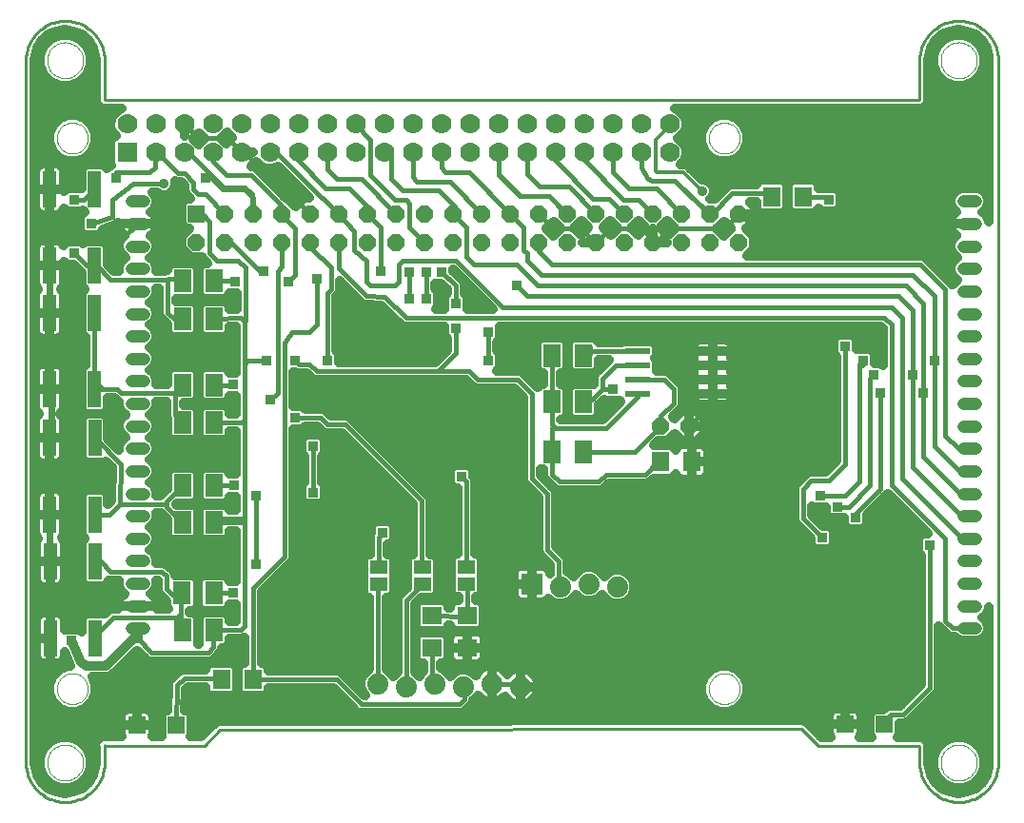
<source format=gtl>
G75*
G70*
%OFA0B0*%
%FSLAX24Y24*%
%IPPOS*%
%LPD*%
%AMOC8*
5,1,8,0,0,1.08239X$1,22.5*
%
%ADD10C,0.0000*%
%ADD11C,0.0100*%
%ADD12C,0.0436*%
%ADD13R,0.0600X0.0600*%
%ADD14OC8,0.0600*%
%ADD15R,0.0866X0.0236*%
%ADD16R,0.0630X0.0787*%
%ADD17R,0.0630X0.0709*%
%ADD18R,0.0710X0.0630*%
%ADD19R,0.0630X0.0460*%
%ADD20R,0.0472X0.1260*%
%ADD21R,0.0630X0.0710*%
%ADD22R,0.0591X0.0591*%
%ADD23R,0.0700X0.0700*%
%ADD24C,0.0700*%
%ADD25C,0.0740*%
%ADD26R,0.0740X0.0740*%
%ADD27C,0.0240*%
%ADD28C,0.0160*%
%ADD29R,0.0356X0.0356*%
%ADD30C,0.0320*%
%ADD31C,0.0356*%
%ADD32C,0.0120*%
D10*
X002501Y002916D02*
X002503Y002966D01*
X002509Y003016D01*
X002519Y003065D01*
X002533Y003113D01*
X002550Y003160D01*
X002571Y003205D01*
X002596Y003249D01*
X002624Y003290D01*
X002656Y003329D01*
X002690Y003366D01*
X002727Y003400D01*
X002767Y003430D01*
X002809Y003457D01*
X002853Y003481D01*
X002899Y003502D01*
X002946Y003518D01*
X002994Y003531D01*
X003044Y003540D01*
X003093Y003545D01*
X003144Y003546D01*
X003194Y003543D01*
X003243Y003536D01*
X003292Y003525D01*
X003340Y003510D01*
X003386Y003492D01*
X003431Y003470D01*
X003474Y003444D01*
X003515Y003415D01*
X003554Y003383D01*
X003590Y003348D01*
X003622Y003310D01*
X003652Y003270D01*
X003679Y003227D01*
X003702Y003183D01*
X003721Y003137D01*
X003737Y003089D01*
X003749Y003040D01*
X003757Y002991D01*
X003761Y002941D01*
X003761Y002891D01*
X003757Y002841D01*
X003749Y002792D01*
X003737Y002743D01*
X003721Y002695D01*
X003702Y002649D01*
X003679Y002605D01*
X003652Y002562D01*
X003622Y002522D01*
X003590Y002484D01*
X003554Y002449D01*
X003515Y002417D01*
X003474Y002388D01*
X003431Y002362D01*
X003386Y002340D01*
X003340Y002322D01*
X003292Y002307D01*
X003243Y002296D01*
X003194Y002289D01*
X003144Y002286D01*
X003093Y002287D01*
X003044Y002292D01*
X002994Y002301D01*
X002946Y002314D01*
X002899Y002330D01*
X002853Y002351D01*
X002809Y002375D01*
X002767Y002402D01*
X002727Y002432D01*
X002690Y002466D01*
X002656Y002503D01*
X002624Y002542D01*
X002596Y002583D01*
X002571Y002627D01*
X002550Y002672D01*
X002533Y002719D01*
X002519Y002767D01*
X002509Y002816D01*
X002503Y002866D01*
X002501Y002916D01*
X002842Y005502D02*
X002844Y005548D01*
X002850Y005593D01*
X002859Y005638D01*
X002873Y005682D01*
X002890Y005725D01*
X002911Y005766D01*
X002935Y005805D01*
X002962Y005842D01*
X002992Y005876D01*
X003026Y005908D01*
X003061Y005937D01*
X003099Y005963D01*
X003139Y005985D01*
X003181Y006004D01*
X003225Y006019D01*
X003269Y006031D01*
X003314Y006039D01*
X003360Y006043D01*
X003406Y006043D01*
X003452Y006039D01*
X003497Y006031D01*
X003541Y006019D01*
X003585Y006004D01*
X003627Y005985D01*
X003667Y005963D01*
X003705Y005937D01*
X003740Y005908D01*
X003774Y005876D01*
X003804Y005842D01*
X003831Y005805D01*
X003855Y005766D01*
X003876Y005725D01*
X003893Y005682D01*
X003907Y005638D01*
X003916Y005593D01*
X003922Y005548D01*
X003924Y005502D01*
X003922Y005456D01*
X003916Y005411D01*
X003907Y005366D01*
X003893Y005322D01*
X003876Y005279D01*
X003855Y005238D01*
X003831Y005199D01*
X003804Y005162D01*
X003774Y005128D01*
X003740Y005096D01*
X003705Y005067D01*
X003667Y005041D01*
X003627Y005019D01*
X003585Y005000D01*
X003541Y004985D01*
X003497Y004973D01*
X003452Y004965D01*
X003406Y004961D01*
X003360Y004961D01*
X003314Y004965D01*
X003269Y004973D01*
X003225Y004985D01*
X003181Y005000D01*
X003139Y005019D01*
X003099Y005041D01*
X003061Y005067D01*
X003026Y005096D01*
X002992Y005128D01*
X002962Y005162D01*
X002935Y005199D01*
X002911Y005238D01*
X002890Y005279D01*
X002873Y005322D01*
X002859Y005366D01*
X002850Y005411D01*
X002844Y005456D01*
X002842Y005502D01*
X025676Y005502D02*
X025678Y005548D01*
X025684Y005593D01*
X025693Y005638D01*
X025707Y005682D01*
X025724Y005725D01*
X025745Y005766D01*
X025769Y005805D01*
X025796Y005842D01*
X025826Y005876D01*
X025860Y005908D01*
X025895Y005937D01*
X025933Y005963D01*
X025973Y005985D01*
X026015Y006004D01*
X026059Y006019D01*
X026103Y006031D01*
X026148Y006039D01*
X026194Y006043D01*
X026240Y006043D01*
X026286Y006039D01*
X026331Y006031D01*
X026375Y006019D01*
X026419Y006004D01*
X026461Y005985D01*
X026501Y005963D01*
X026539Y005937D01*
X026574Y005908D01*
X026608Y005876D01*
X026638Y005842D01*
X026665Y005805D01*
X026689Y005766D01*
X026710Y005725D01*
X026727Y005682D01*
X026741Y005638D01*
X026750Y005593D01*
X026756Y005548D01*
X026758Y005502D01*
X026756Y005456D01*
X026750Y005411D01*
X026741Y005366D01*
X026727Y005322D01*
X026710Y005279D01*
X026689Y005238D01*
X026665Y005199D01*
X026638Y005162D01*
X026608Y005128D01*
X026574Y005096D01*
X026539Y005067D01*
X026501Y005041D01*
X026461Y005019D01*
X026419Y005000D01*
X026375Y004985D01*
X026331Y004973D01*
X026286Y004965D01*
X026240Y004961D01*
X026194Y004961D01*
X026148Y004965D01*
X026103Y004973D01*
X026059Y004985D01*
X026015Y005000D01*
X025973Y005019D01*
X025933Y005041D01*
X025895Y005067D01*
X025860Y005096D01*
X025826Y005128D01*
X025796Y005162D01*
X025769Y005199D01*
X025745Y005238D01*
X025724Y005279D01*
X025707Y005322D01*
X025693Y005366D01*
X025684Y005411D01*
X025678Y005456D01*
X025676Y005502D01*
X033800Y002916D02*
X033802Y002966D01*
X033808Y003016D01*
X033818Y003065D01*
X033832Y003113D01*
X033849Y003160D01*
X033870Y003205D01*
X033895Y003249D01*
X033923Y003290D01*
X033955Y003329D01*
X033989Y003366D01*
X034026Y003400D01*
X034066Y003430D01*
X034108Y003457D01*
X034152Y003481D01*
X034198Y003502D01*
X034245Y003518D01*
X034293Y003531D01*
X034343Y003540D01*
X034392Y003545D01*
X034443Y003546D01*
X034493Y003543D01*
X034542Y003536D01*
X034591Y003525D01*
X034639Y003510D01*
X034685Y003492D01*
X034730Y003470D01*
X034773Y003444D01*
X034814Y003415D01*
X034853Y003383D01*
X034889Y003348D01*
X034921Y003310D01*
X034951Y003270D01*
X034978Y003227D01*
X035001Y003183D01*
X035020Y003137D01*
X035036Y003089D01*
X035048Y003040D01*
X035056Y002991D01*
X035060Y002941D01*
X035060Y002891D01*
X035056Y002841D01*
X035048Y002792D01*
X035036Y002743D01*
X035020Y002695D01*
X035001Y002649D01*
X034978Y002605D01*
X034951Y002562D01*
X034921Y002522D01*
X034889Y002484D01*
X034853Y002449D01*
X034814Y002417D01*
X034773Y002388D01*
X034730Y002362D01*
X034685Y002340D01*
X034639Y002322D01*
X034591Y002307D01*
X034542Y002296D01*
X034493Y002289D01*
X034443Y002286D01*
X034392Y002287D01*
X034343Y002292D01*
X034293Y002301D01*
X034245Y002314D01*
X034198Y002330D01*
X034152Y002351D01*
X034108Y002375D01*
X034066Y002402D01*
X034026Y002432D01*
X033989Y002466D01*
X033955Y002503D01*
X033923Y002542D01*
X033895Y002583D01*
X033870Y002627D01*
X033849Y002672D01*
X033832Y002719D01*
X033818Y002767D01*
X033808Y002816D01*
X033802Y002866D01*
X033800Y002916D01*
X025676Y024793D02*
X025678Y024839D01*
X025684Y024884D01*
X025693Y024929D01*
X025707Y024973D01*
X025724Y025016D01*
X025745Y025057D01*
X025769Y025096D01*
X025796Y025133D01*
X025826Y025167D01*
X025860Y025199D01*
X025895Y025228D01*
X025933Y025254D01*
X025973Y025276D01*
X026015Y025295D01*
X026059Y025310D01*
X026103Y025322D01*
X026148Y025330D01*
X026194Y025334D01*
X026240Y025334D01*
X026286Y025330D01*
X026331Y025322D01*
X026375Y025310D01*
X026419Y025295D01*
X026461Y025276D01*
X026501Y025254D01*
X026539Y025228D01*
X026574Y025199D01*
X026608Y025167D01*
X026638Y025133D01*
X026665Y025096D01*
X026689Y025057D01*
X026710Y025016D01*
X026727Y024973D01*
X026741Y024929D01*
X026750Y024884D01*
X026756Y024839D01*
X026758Y024793D01*
X026756Y024747D01*
X026750Y024702D01*
X026741Y024657D01*
X026727Y024613D01*
X026710Y024570D01*
X026689Y024529D01*
X026665Y024490D01*
X026638Y024453D01*
X026608Y024419D01*
X026574Y024387D01*
X026539Y024358D01*
X026501Y024332D01*
X026461Y024310D01*
X026419Y024291D01*
X026375Y024276D01*
X026331Y024264D01*
X026286Y024256D01*
X026240Y024252D01*
X026194Y024252D01*
X026148Y024256D01*
X026103Y024264D01*
X026059Y024276D01*
X026015Y024291D01*
X025973Y024310D01*
X025933Y024332D01*
X025895Y024358D01*
X025860Y024387D01*
X025826Y024419D01*
X025796Y024453D01*
X025769Y024490D01*
X025745Y024529D01*
X025724Y024570D01*
X025707Y024613D01*
X025693Y024657D01*
X025684Y024702D01*
X025678Y024747D01*
X025676Y024793D01*
X033800Y027522D02*
X033802Y027572D01*
X033808Y027622D01*
X033818Y027671D01*
X033832Y027719D01*
X033849Y027766D01*
X033870Y027811D01*
X033895Y027855D01*
X033923Y027896D01*
X033955Y027935D01*
X033989Y027972D01*
X034026Y028006D01*
X034066Y028036D01*
X034108Y028063D01*
X034152Y028087D01*
X034198Y028108D01*
X034245Y028124D01*
X034293Y028137D01*
X034343Y028146D01*
X034392Y028151D01*
X034443Y028152D01*
X034493Y028149D01*
X034542Y028142D01*
X034591Y028131D01*
X034639Y028116D01*
X034685Y028098D01*
X034730Y028076D01*
X034773Y028050D01*
X034814Y028021D01*
X034853Y027989D01*
X034889Y027954D01*
X034921Y027916D01*
X034951Y027876D01*
X034978Y027833D01*
X035001Y027789D01*
X035020Y027743D01*
X035036Y027695D01*
X035048Y027646D01*
X035056Y027597D01*
X035060Y027547D01*
X035060Y027497D01*
X035056Y027447D01*
X035048Y027398D01*
X035036Y027349D01*
X035020Y027301D01*
X035001Y027255D01*
X034978Y027211D01*
X034951Y027168D01*
X034921Y027128D01*
X034889Y027090D01*
X034853Y027055D01*
X034814Y027023D01*
X034773Y026994D01*
X034730Y026968D01*
X034685Y026946D01*
X034639Y026928D01*
X034591Y026913D01*
X034542Y026902D01*
X034493Y026895D01*
X034443Y026892D01*
X034392Y026893D01*
X034343Y026898D01*
X034293Y026907D01*
X034245Y026920D01*
X034198Y026936D01*
X034152Y026957D01*
X034108Y026981D01*
X034066Y027008D01*
X034026Y027038D01*
X033989Y027072D01*
X033955Y027109D01*
X033923Y027148D01*
X033895Y027189D01*
X033870Y027233D01*
X033849Y027278D01*
X033832Y027325D01*
X033818Y027373D01*
X033808Y027422D01*
X033802Y027472D01*
X033800Y027522D01*
X002842Y024793D02*
X002844Y024839D01*
X002850Y024884D01*
X002859Y024929D01*
X002873Y024973D01*
X002890Y025016D01*
X002911Y025057D01*
X002935Y025096D01*
X002962Y025133D01*
X002992Y025167D01*
X003026Y025199D01*
X003061Y025228D01*
X003099Y025254D01*
X003139Y025276D01*
X003181Y025295D01*
X003225Y025310D01*
X003269Y025322D01*
X003314Y025330D01*
X003360Y025334D01*
X003406Y025334D01*
X003452Y025330D01*
X003497Y025322D01*
X003541Y025310D01*
X003585Y025295D01*
X003627Y025276D01*
X003667Y025254D01*
X003705Y025228D01*
X003740Y025199D01*
X003774Y025167D01*
X003804Y025133D01*
X003831Y025096D01*
X003855Y025057D01*
X003876Y025016D01*
X003893Y024973D01*
X003907Y024929D01*
X003916Y024884D01*
X003922Y024839D01*
X003924Y024793D01*
X003922Y024747D01*
X003916Y024702D01*
X003907Y024657D01*
X003893Y024613D01*
X003876Y024570D01*
X003855Y024529D01*
X003831Y024490D01*
X003804Y024453D01*
X003774Y024419D01*
X003740Y024387D01*
X003705Y024358D01*
X003667Y024332D01*
X003627Y024310D01*
X003585Y024291D01*
X003541Y024276D01*
X003497Y024264D01*
X003452Y024256D01*
X003406Y024252D01*
X003360Y024252D01*
X003314Y024256D01*
X003269Y024264D01*
X003225Y024276D01*
X003181Y024291D01*
X003139Y024310D01*
X003099Y024332D01*
X003061Y024358D01*
X003026Y024387D01*
X002992Y024419D01*
X002962Y024453D01*
X002935Y024490D01*
X002911Y024529D01*
X002890Y024570D01*
X002873Y024613D01*
X002859Y024657D01*
X002850Y024702D01*
X002844Y024747D01*
X002842Y024793D01*
X002501Y027522D02*
X002503Y027572D01*
X002509Y027622D01*
X002519Y027671D01*
X002533Y027719D01*
X002550Y027766D01*
X002571Y027811D01*
X002596Y027855D01*
X002624Y027896D01*
X002656Y027935D01*
X002690Y027972D01*
X002727Y028006D01*
X002767Y028036D01*
X002809Y028063D01*
X002853Y028087D01*
X002899Y028108D01*
X002946Y028124D01*
X002994Y028137D01*
X003044Y028146D01*
X003093Y028151D01*
X003144Y028152D01*
X003194Y028149D01*
X003243Y028142D01*
X003292Y028131D01*
X003340Y028116D01*
X003386Y028098D01*
X003431Y028076D01*
X003474Y028050D01*
X003515Y028021D01*
X003554Y027989D01*
X003590Y027954D01*
X003622Y027916D01*
X003652Y027876D01*
X003679Y027833D01*
X003702Y027789D01*
X003721Y027743D01*
X003737Y027695D01*
X003749Y027646D01*
X003757Y027597D01*
X003761Y027547D01*
X003761Y027497D01*
X003757Y027447D01*
X003749Y027398D01*
X003737Y027349D01*
X003721Y027301D01*
X003702Y027255D01*
X003679Y027211D01*
X003652Y027168D01*
X003622Y027128D01*
X003590Y027090D01*
X003554Y027055D01*
X003515Y027023D01*
X003474Y026994D01*
X003431Y026968D01*
X003386Y026946D01*
X003340Y026928D01*
X003292Y026913D01*
X003243Y026902D01*
X003194Y026895D01*
X003144Y026892D01*
X003093Y026893D01*
X003044Y026898D01*
X002994Y026907D01*
X002946Y026920D01*
X002899Y026936D01*
X002853Y026957D01*
X002809Y026981D01*
X002767Y027008D01*
X002727Y027038D01*
X002690Y027072D01*
X002656Y027109D01*
X002624Y027148D01*
X002596Y027189D01*
X002571Y027233D01*
X002550Y027278D01*
X002533Y027325D01*
X002519Y027373D01*
X002509Y027422D01*
X002503Y027472D01*
X002501Y027522D01*
D11*
X001753Y027522D02*
X001755Y027595D01*
X001761Y027668D01*
X001771Y027741D01*
X001784Y027813D01*
X001802Y027885D01*
X001823Y027955D01*
X001848Y028024D01*
X001876Y028091D01*
X001908Y028157D01*
X001944Y028222D01*
X001983Y028284D01*
X002025Y028344D01*
X002070Y028402D01*
X002118Y028457D01*
X002170Y028509D01*
X002224Y028559D01*
X002280Y028606D01*
X002339Y028650D01*
X002400Y028690D01*
X002463Y028727D01*
X002528Y028761D01*
X002595Y028792D01*
X002664Y028818D01*
X002733Y028841D01*
X002804Y028861D01*
X002876Y028876D01*
X002948Y028888D01*
X003021Y028896D01*
X003094Y028900D01*
X003168Y028900D01*
X003241Y028896D01*
X003314Y028888D01*
X003386Y028876D01*
X003458Y028861D01*
X003529Y028841D01*
X003598Y028818D01*
X003667Y028792D01*
X003734Y028761D01*
X003799Y028727D01*
X003862Y028690D01*
X003923Y028650D01*
X003982Y028606D01*
X004038Y028559D01*
X004092Y028509D01*
X004144Y028457D01*
X004192Y028402D01*
X004237Y028344D01*
X004279Y028284D01*
X004318Y028222D01*
X004354Y028157D01*
X004386Y028091D01*
X004414Y028024D01*
X004439Y027955D01*
X004460Y027885D01*
X004478Y027813D01*
X004491Y027741D01*
X004501Y027668D01*
X004507Y027595D01*
X004509Y027522D01*
X004509Y026144D01*
X033052Y026144D01*
X033052Y027522D01*
X033054Y027595D01*
X033060Y027668D01*
X033070Y027741D01*
X033083Y027813D01*
X033101Y027885D01*
X033122Y027955D01*
X033147Y028024D01*
X033175Y028091D01*
X033207Y028157D01*
X033243Y028222D01*
X033282Y028284D01*
X033324Y028344D01*
X033369Y028402D01*
X033417Y028457D01*
X033469Y028509D01*
X033523Y028559D01*
X033579Y028606D01*
X033638Y028650D01*
X033699Y028690D01*
X033762Y028727D01*
X033827Y028761D01*
X033894Y028792D01*
X033963Y028818D01*
X034032Y028841D01*
X034103Y028861D01*
X034175Y028876D01*
X034247Y028888D01*
X034320Y028896D01*
X034393Y028900D01*
X034467Y028900D01*
X034540Y028896D01*
X034613Y028888D01*
X034685Y028876D01*
X034757Y028861D01*
X034828Y028841D01*
X034897Y028818D01*
X034966Y028792D01*
X035033Y028761D01*
X035098Y028727D01*
X035161Y028690D01*
X035222Y028650D01*
X035281Y028606D01*
X035337Y028559D01*
X035391Y028509D01*
X035443Y028457D01*
X035491Y028402D01*
X035536Y028344D01*
X035578Y028284D01*
X035617Y028222D01*
X035653Y028157D01*
X035685Y028091D01*
X035713Y028024D01*
X035738Y027955D01*
X035759Y027885D01*
X035777Y027813D01*
X035790Y027741D01*
X035800Y027668D01*
X035806Y027595D01*
X035808Y027522D01*
X035808Y002916D01*
X035806Y002843D01*
X035800Y002770D01*
X035790Y002697D01*
X035777Y002625D01*
X035759Y002553D01*
X035738Y002483D01*
X035713Y002414D01*
X035685Y002347D01*
X035653Y002281D01*
X035617Y002216D01*
X035578Y002154D01*
X035536Y002094D01*
X035491Y002036D01*
X035443Y001981D01*
X035391Y001929D01*
X035337Y001879D01*
X035281Y001832D01*
X035222Y001788D01*
X035161Y001748D01*
X035098Y001711D01*
X035033Y001677D01*
X034966Y001646D01*
X034897Y001620D01*
X034828Y001597D01*
X034757Y001577D01*
X034685Y001562D01*
X034613Y001550D01*
X034540Y001542D01*
X034467Y001538D01*
X034393Y001538D01*
X034320Y001542D01*
X034247Y001550D01*
X034175Y001562D01*
X034103Y001577D01*
X034032Y001597D01*
X033963Y001620D01*
X033894Y001646D01*
X033827Y001677D01*
X033762Y001711D01*
X033699Y001748D01*
X033638Y001788D01*
X033579Y001832D01*
X033523Y001879D01*
X033469Y001929D01*
X033417Y001981D01*
X033369Y002036D01*
X033324Y002094D01*
X033282Y002154D01*
X033243Y002216D01*
X033207Y002281D01*
X033175Y002347D01*
X033147Y002414D01*
X033122Y002483D01*
X033101Y002553D01*
X033083Y002625D01*
X033070Y002697D01*
X033060Y002770D01*
X033054Y002843D01*
X033052Y002916D01*
X033052Y003506D01*
X029509Y003506D01*
X029499Y003507D02*
X028909Y004097D01*
X008565Y004060D01*
X008020Y003514D01*
X004567Y003514D01*
X004509Y003500D01*
X004509Y002916D01*
X004509Y003500D02*
X004531Y003523D01*
X004507Y003514D02*
X008050Y003514D01*
X004509Y002916D02*
X004507Y002843D01*
X004501Y002770D01*
X004491Y002697D01*
X004478Y002625D01*
X004460Y002553D01*
X004439Y002483D01*
X004414Y002414D01*
X004386Y002347D01*
X004354Y002281D01*
X004318Y002216D01*
X004279Y002154D01*
X004237Y002094D01*
X004192Y002036D01*
X004144Y001981D01*
X004092Y001929D01*
X004038Y001879D01*
X003982Y001832D01*
X003923Y001788D01*
X003862Y001748D01*
X003799Y001711D01*
X003734Y001677D01*
X003667Y001646D01*
X003598Y001620D01*
X003529Y001597D01*
X003458Y001577D01*
X003386Y001562D01*
X003314Y001550D01*
X003241Y001542D01*
X003168Y001538D01*
X003094Y001538D01*
X003021Y001542D01*
X002948Y001550D01*
X002876Y001562D01*
X002804Y001577D01*
X002733Y001597D01*
X002664Y001620D01*
X002595Y001646D01*
X002528Y001677D01*
X002463Y001711D01*
X002400Y001748D01*
X002339Y001788D01*
X002280Y001832D01*
X002224Y001879D01*
X002170Y001929D01*
X002118Y001981D01*
X002070Y002036D01*
X002025Y002094D01*
X001983Y002154D01*
X001944Y002216D01*
X001908Y002281D01*
X001876Y002347D01*
X001848Y002414D01*
X001823Y002483D01*
X001802Y002553D01*
X001784Y002625D01*
X001771Y002697D01*
X001761Y002770D01*
X001755Y002843D01*
X001753Y002916D01*
X001753Y027522D01*
X029499Y003507D02*
X033052Y003507D01*
X033036Y003495D01*
X033052Y003506D01*
D12*
X034587Y007624D02*
X035023Y007624D01*
X035023Y008412D02*
X034587Y008412D01*
X034587Y009199D02*
X035023Y009199D01*
X035023Y009987D02*
X034587Y009987D01*
X034587Y010774D02*
X035023Y010774D01*
X035023Y011561D02*
X034587Y011561D01*
X034587Y012349D02*
X035023Y012349D01*
X035023Y013136D02*
X034587Y013136D01*
X034587Y013924D02*
X035023Y013924D01*
X035023Y014711D02*
X034587Y014711D01*
X034587Y015498D02*
X035023Y015498D01*
X035023Y016286D02*
X034587Y016286D01*
X034587Y017073D02*
X035023Y017073D01*
X035023Y017861D02*
X034587Y017861D01*
X034587Y018648D02*
X035023Y018648D01*
X035023Y019435D02*
X034587Y019435D01*
X034587Y020223D02*
X035023Y020223D01*
X035023Y021010D02*
X034587Y021010D01*
X034587Y021798D02*
X035023Y021798D01*
X035023Y022585D02*
X034587Y022585D01*
X005890Y022585D02*
X005453Y022585D01*
X005453Y021798D02*
X005890Y021798D01*
X005890Y021010D02*
X005453Y021010D01*
X005453Y020223D02*
X005890Y020223D01*
X005890Y019435D02*
X005453Y019435D01*
X005453Y018648D02*
X005890Y018648D01*
X005890Y017861D02*
X005453Y017861D01*
X005453Y017073D02*
X005890Y017073D01*
X005890Y016286D02*
X005453Y016286D01*
X005453Y015498D02*
X005890Y015498D01*
X005890Y014711D02*
X005453Y014711D01*
X005453Y013924D02*
X005890Y013924D01*
X005890Y013136D02*
X005453Y013136D01*
X005453Y012349D02*
X005890Y012349D01*
X005890Y011561D02*
X005453Y011561D01*
X005453Y010774D02*
X005890Y010774D01*
X005890Y009987D02*
X005453Y009987D01*
X005453Y009199D02*
X005890Y009199D01*
X005890Y008412D02*
X005453Y008412D01*
X005453Y007624D02*
X005890Y007624D01*
D13*
X007728Y022146D03*
D14*
X008728Y022146D03*
X009728Y022146D03*
X010728Y022146D03*
X011728Y022146D03*
X012728Y022146D03*
X013728Y022146D03*
X014728Y022146D03*
X015728Y022146D03*
X016728Y022146D03*
X017728Y022146D03*
X018728Y022146D03*
X019728Y022146D03*
X020728Y022146D03*
X021728Y022146D03*
X022728Y022146D03*
X023728Y022146D03*
X024728Y022146D03*
X025728Y022146D03*
X026728Y022146D03*
X026728Y021146D03*
X025728Y021146D03*
X024728Y021146D03*
X023728Y021146D03*
X022728Y021146D03*
X021728Y021146D03*
X020728Y021146D03*
X019728Y021146D03*
X018728Y021146D03*
X017728Y021146D03*
X016728Y021146D03*
X015728Y021146D03*
X014728Y021146D03*
X013728Y021146D03*
X012728Y021146D03*
X011728Y021146D03*
X010728Y021146D03*
X009728Y021146D03*
X008728Y021146D03*
X007728Y021146D03*
X023995Y014715D03*
X024995Y014715D03*
D15*
X025806Y015840D03*
X025806Y016340D03*
X025806Y016840D03*
X025806Y017340D03*
X023184Y017340D03*
X023184Y016840D03*
X023184Y016340D03*
X023184Y015840D03*
D16*
X021291Y015559D03*
X020188Y015559D03*
X020188Y017184D03*
X021291Y017184D03*
X021291Y013809D03*
X020188Y013809D03*
X008340Y014831D03*
X007238Y014831D03*
X007241Y016141D03*
X008343Y016141D03*
X008342Y018461D03*
X007240Y018461D03*
X007239Y019786D03*
X008341Y019786D03*
X008344Y012626D03*
X007242Y012626D03*
X007242Y011334D03*
X008344Y011334D03*
X008333Y008857D03*
X007231Y008857D03*
X007241Y007564D03*
X008343Y007564D03*
D17*
X023974Y013459D03*
X025077Y013459D03*
D18*
X017205Y008060D03*
X015978Y008056D03*
X015978Y006936D03*
X017205Y006940D03*
D19*
X017179Y009170D03*
X017179Y009770D03*
X015635Y009760D03*
X015635Y009160D03*
X014101Y009165D03*
X014101Y009765D03*
D20*
X004183Y009960D03*
X002608Y009960D03*
X002592Y011608D03*
X004167Y011608D03*
X004167Y014285D03*
X002592Y014285D03*
X002584Y015994D03*
X004159Y015994D03*
X004159Y018671D03*
X002584Y018671D03*
X002588Y020326D03*
X004162Y020326D03*
X004162Y023003D03*
X002588Y023003D03*
X002608Y007283D03*
X004183Y007283D03*
D21*
X008600Y005827D03*
X009720Y005827D03*
X027869Y022750D03*
X028989Y022750D03*
D22*
X030452Y004261D03*
X031830Y004261D03*
X007021Y004232D03*
X005643Y004232D03*
D23*
X005300Y024293D03*
D24*
X006300Y024293D03*
X006300Y025293D03*
X005300Y025293D03*
X007300Y025293D03*
X007300Y024293D03*
X008300Y024293D03*
X009300Y024293D03*
X009300Y025293D03*
X008300Y025293D03*
X010300Y025293D03*
X010300Y024293D03*
X011300Y024293D03*
X012300Y024293D03*
X012300Y025293D03*
X011300Y025293D03*
X013300Y025293D03*
X013300Y024293D03*
X014300Y024293D03*
X015300Y024293D03*
X015300Y025293D03*
X014300Y025293D03*
X016300Y025293D03*
X016300Y024293D03*
X017300Y024293D03*
X018300Y024293D03*
X018300Y025293D03*
X017300Y025293D03*
X019300Y025293D03*
X020300Y025293D03*
X020300Y024293D03*
X019300Y024293D03*
X021300Y024293D03*
X021300Y025293D03*
X022300Y025293D03*
X023300Y025293D03*
X023300Y024293D03*
X022300Y024293D03*
X024300Y024293D03*
X024300Y025293D03*
D25*
X022470Y009081D03*
X021470Y009181D03*
X020470Y009081D03*
X019072Y005581D03*
X018072Y005681D03*
X017072Y005581D03*
X016072Y005681D03*
X015072Y005581D03*
X014072Y005681D03*
D26*
X019470Y009181D03*
D27*
X005671Y008412D02*
X002608Y008412D01*
X002608Y009960D01*
X002592Y009960D01*
X002592Y011608D01*
X002592Y014285D01*
X002655Y014285D01*
X002655Y016321D01*
X002584Y016321D01*
X002584Y015994D01*
X002584Y018671D01*
X002588Y018671D01*
X002588Y020326D01*
X002588Y021798D01*
X002588Y023003D01*
X002608Y008412D02*
X002608Y007283D01*
D28*
X003445Y008384D02*
X003473Y008412D01*
X005671Y008412D01*
X006671Y009004D02*
X006872Y008803D01*
X007178Y008803D01*
X007178Y008134D01*
X007053Y008009D01*
X004820Y008009D01*
X004183Y007372D01*
X004183Y007283D01*
X005671Y007262D02*
X006164Y006770D01*
X008134Y006770D01*
X008325Y006961D01*
X008325Y007545D01*
X008343Y007564D01*
X009273Y007566D01*
X009404Y007697D01*
X009404Y011347D01*
X009293Y011458D01*
X008465Y011455D01*
X008344Y011334D01*
X009373Y011337D01*
X009404Y011367D01*
X009404Y014930D01*
X009308Y014834D01*
X008340Y014831D01*
X009404Y014930D02*
X009404Y016884D01*
X009529Y017009D01*
X010195Y017009D01*
X009404Y016884D02*
X009404Y018355D01*
X009445Y018397D01*
X009445Y020259D01*
X009195Y020509D01*
X008445Y020509D01*
X008195Y020759D01*
X008195Y021884D01*
X007933Y022146D01*
X007728Y022146D01*
X007791Y022822D02*
X008053Y022822D01*
X008728Y022146D01*
X009674Y022201D02*
X009674Y022821D01*
X009427Y023067D01*
X008680Y023067D01*
X007454Y024293D01*
X007300Y024293D01*
X007800Y024791D02*
X008815Y024791D01*
X009300Y024293D01*
X009411Y024293D01*
X010070Y023634D01*
X010241Y023634D01*
X011728Y022146D01*
X012106Y022709D02*
X012165Y022709D01*
X012728Y022146D01*
X013240Y021548D01*
X013240Y020877D01*
X013695Y020509D01*
X013695Y019759D01*
X013820Y019634D01*
X014695Y019634D01*
X014820Y019759D01*
X014820Y020384D01*
X014945Y020509D01*
X016820Y020509D01*
X018445Y018884D01*
X032070Y018884D01*
X032445Y018509D01*
X032445Y012884D01*
X034555Y010774D01*
X034805Y010774D01*
X033945Y010759D02*
X032070Y012634D01*
X032070Y018259D01*
X031820Y018509D01*
X015066Y018497D01*
X014316Y019247D01*
X013695Y019259D01*
X012728Y020226D01*
X012728Y021146D01*
X012445Y020259D02*
X011728Y020976D01*
X011728Y021146D01*
X011195Y021634D02*
X011195Y020009D01*
X010945Y019759D01*
X010570Y020134D02*
X010570Y015884D01*
X010320Y015634D01*
X011195Y015009D02*
X012070Y015009D01*
X012320Y014759D01*
X012941Y014759D01*
X015605Y012095D01*
X015605Y009790D01*
X015635Y009760D01*
X015635Y009160D02*
X015072Y008597D01*
X015072Y005581D01*
X016072Y005681D02*
X015978Y006045D01*
X015978Y006936D01*
X017205Y006940D02*
X018790Y006940D01*
X019435Y007586D01*
X019435Y009146D01*
X019470Y009181D01*
X020419Y009131D02*
X020470Y009081D01*
X020419Y009131D02*
X020419Y009972D01*
X020026Y010366D01*
X020026Y012325D01*
X019484Y012866D01*
X019484Y015839D01*
X018977Y016346D01*
X017585Y016346D01*
X017296Y016634D01*
X016195Y016634D01*
X011945Y016634D01*
X011695Y016884D01*
X011320Y016884D01*
X011195Y017009D01*
X010820Y017634D02*
X011070Y018009D01*
X011695Y018009D01*
X011945Y018259D01*
X011945Y019884D01*
X012320Y019384D02*
X012320Y017009D01*
X010820Y017634D02*
X010820Y010134D01*
X009720Y009034D01*
X009720Y005827D01*
X012642Y005827D01*
X013502Y004966D01*
X016945Y004966D01*
X017122Y005144D01*
X017122Y005530D01*
X017072Y005581D01*
X018072Y005681D02*
X018972Y005681D01*
X019072Y005581D01*
X023091Y005581D01*
X024911Y007401D01*
X027716Y007401D01*
X028286Y006831D01*
X028286Y005578D01*
X029670Y004194D01*
X030384Y004194D01*
X030452Y004261D01*
X030452Y005229D01*
X030610Y005388D01*
X032604Y005388D01*
X032930Y005714D01*
X032930Y010212D01*
X032671Y010470D01*
X033420Y010547D02*
X033420Y005534D01*
X032495Y004609D01*
X032035Y004609D01*
X031830Y004261D01*
X034205Y007624D02*
X033945Y007884D01*
X033945Y010759D01*
X034518Y011561D02*
X032820Y013259D01*
X032820Y016509D01*
X032820Y018759D01*
X032320Y019259D01*
X019320Y019259D01*
X018945Y019634D01*
X019695Y019634D02*
X018945Y020384D01*
X017445Y020384D01*
X017195Y020634D01*
X017195Y021680D01*
X016728Y022146D01*
X016768Y022186D01*
X016768Y022395D01*
X016208Y022955D01*
X014958Y022955D01*
X014550Y023363D01*
X014550Y024154D01*
X014445Y024259D01*
X014300Y024293D01*
X013804Y024748D02*
X013804Y023498D01*
X014695Y022634D01*
X015070Y022634D01*
X015195Y022509D01*
X015195Y021680D01*
X015728Y021146D01*
X015782Y020097D02*
X015795Y020084D01*
X015795Y019159D01*
X015195Y019159D02*
X015195Y020097D01*
X014195Y020134D02*
X014195Y021680D01*
X013728Y022146D01*
X013720Y022155D01*
X013720Y022415D01*
X013088Y023048D01*
X012245Y023048D01*
X011300Y023992D01*
X011300Y024293D01*
X012300Y024293D02*
X012300Y023716D01*
X012655Y023361D01*
X013514Y023361D01*
X014728Y022146D01*
X015452Y023276D02*
X016599Y023276D01*
X017728Y022146D01*
X018728Y022146D02*
X019195Y021680D01*
X019195Y020884D01*
X019320Y020759D01*
X019320Y020509D01*
X019820Y020009D01*
X032820Y020009D01*
X033570Y019259D01*
X033570Y017009D01*
X033570Y014009D01*
X034443Y013136D01*
X034805Y013136D01*
X034805Y012349D02*
X034480Y012349D01*
X033195Y013634D01*
X033195Y015884D01*
X033195Y019009D01*
X032570Y019634D01*
X019695Y019634D01*
X020195Y020384D02*
X019728Y020851D01*
X019728Y021146D01*
X020241Y021634D02*
X019728Y022146D01*
X020070Y022759D02*
X019070Y022759D01*
X018320Y023509D01*
X018320Y024259D01*
X018300Y024293D02*
X018300Y023531D01*
X019047Y022784D01*
X020090Y022784D01*
X020728Y022146D01*
X020683Y022146D01*
X020070Y022759D01*
X019745Y023105D02*
X020770Y023105D01*
X021728Y022146D01*
X021612Y022681D02*
X022193Y022681D01*
X022728Y022146D01*
X022677Y022647D02*
X023228Y022647D01*
X023728Y022146D01*
X023320Y021634D02*
X022216Y021634D01*
X021728Y021146D01*
X021683Y021146D01*
X021195Y021634D01*
X020241Y021634D01*
X020195Y020384D02*
X033070Y020384D01*
X033945Y019509D01*
X033945Y014384D01*
X034406Y013924D01*
X034805Y013924D01*
X034805Y011561D02*
X034518Y011561D01*
X031695Y012509D02*
X031695Y015884D01*
X031320Y016384D02*
X031445Y016509D01*
X031320Y016384D02*
X031320Y012634D01*
X030570Y011884D01*
X030195Y011884D01*
X030445Y012259D02*
X030945Y012759D01*
X030945Y016759D01*
X031070Y016884D01*
X031070Y017009D01*
X030945Y016884D01*
X030945Y016759D01*
X030454Y017490D02*
X030454Y013365D01*
X029882Y012792D01*
X029263Y012792D01*
X028977Y012506D01*
X028977Y011465D01*
X029652Y010790D01*
X030820Y011509D02*
X030820Y011634D01*
X031695Y012509D01*
X030445Y012259D02*
X029570Y012259D01*
X025806Y015526D02*
X024995Y014715D01*
X024995Y013540D01*
X025077Y013459D01*
X023974Y013459D02*
X023895Y013459D01*
X023445Y013009D01*
X022070Y013009D01*
X021820Y012759D01*
X020445Y012759D01*
X020195Y013009D01*
X020195Y013803D01*
X020188Y013809D01*
X020188Y014627D01*
X020257Y014697D01*
X020195Y014759D01*
X020195Y015553D01*
X020188Y015559D01*
X020188Y017184D01*
X021291Y017184D02*
X021446Y017340D01*
X023184Y017340D01*
X023184Y016840D02*
X022401Y016840D01*
X021945Y016384D01*
X021945Y016009D01*
X022320Y016009D01*
X021945Y016009D02*
X021570Y015634D01*
X021365Y015634D01*
X021291Y015559D01*
X022070Y014634D02*
X020320Y014634D01*
X020257Y014697D01*
X021291Y013809D02*
X023090Y013809D01*
X023995Y014715D01*
X023995Y015059D01*
X024445Y015509D01*
X024445Y016009D01*
X024114Y016340D01*
X023184Y016340D01*
X023184Y015840D02*
X023184Y015748D01*
X022070Y014634D01*
X025806Y015526D02*
X025806Y015840D01*
X025806Y016340D01*
X025806Y016840D01*
X025806Y017340D01*
X025806Y017745D01*
X026070Y018009D01*
X027945Y018009D01*
X024320Y021634D02*
X023832Y021146D01*
X023728Y021146D01*
X023728Y021226D01*
X023320Y021634D01*
X024320Y021634D02*
X026216Y021634D01*
X026728Y022146D01*
X026762Y022146D01*
X027111Y021798D01*
X034805Y021798D01*
X029895Y022622D02*
X029767Y022750D01*
X028989Y022750D01*
X027869Y022750D02*
X027760Y022859D01*
X026495Y022859D01*
X025782Y022146D01*
X025728Y022146D01*
X024496Y023296D01*
X024472Y023313D01*
X025695Y022134D01*
X024728Y022146D02*
X023850Y023025D01*
X022883Y023025D01*
X022300Y023608D01*
X022300Y024293D01*
X023300Y024293D02*
X023320Y023759D01*
X023523Y023404D01*
X023603Y023334D01*
X023681Y023313D01*
X024472Y023313D01*
X022677Y022647D02*
X021300Y024024D01*
X021300Y024293D01*
X020300Y024293D02*
X020300Y023993D01*
X021612Y022681D01*
X019745Y023105D02*
X019300Y023550D01*
X019300Y024293D01*
X017267Y023608D02*
X018728Y022146D01*
X017267Y023608D02*
X016460Y023608D01*
X016300Y023767D01*
X016300Y024293D01*
X015300Y024293D02*
X015300Y023428D01*
X015452Y023276D01*
X013804Y024748D02*
X013300Y025279D01*
X013300Y025293D01*
X012106Y022709D02*
X010523Y024293D01*
X010300Y024293D01*
X009641Y023504D02*
X010691Y022454D01*
X010691Y022183D01*
X010728Y022146D01*
X010728Y022101D01*
X011195Y021634D01*
X010728Y021146D02*
X010728Y020293D01*
X010570Y020134D01*
X010070Y020134D02*
X009945Y020134D01*
X008933Y021146D01*
X008728Y021146D01*
X009043Y019786D02*
X008341Y019786D01*
X009043Y019786D02*
X009070Y019759D01*
X009273Y018486D02*
X008364Y018483D01*
X008342Y018461D01*
X009273Y018486D02*
X009404Y018355D01*
X007240Y018461D02*
X007200Y018421D01*
X006969Y018421D01*
X006717Y018673D01*
X006729Y019832D01*
X006771Y019884D01*
X006753Y019866D01*
X006707Y019835D01*
X006726Y019820D01*
X006729Y019832D02*
X004706Y019832D01*
X004253Y020326D01*
X004162Y020326D01*
X003878Y020326D01*
X003445Y020759D01*
X002811Y021287D02*
X005161Y021287D01*
X005671Y021798D01*
X004775Y022045D02*
X004036Y021789D01*
X004775Y022045D02*
X004794Y022635D01*
X005503Y023191D01*
X006593Y023202D01*
X007073Y023575D02*
X007299Y023575D01*
X007624Y023250D01*
X007624Y022989D01*
X007791Y022822D01*
X008052Y023388D02*
X008249Y023388D01*
X008643Y022994D01*
X009430Y022994D01*
X009728Y022696D01*
X009728Y022146D01*
X009674Y022201D01*
X009641Y023504D02*
X008776Y023504D01*
X008300Y023980D01*
X008300Y024293D01*
X007800Y024791D02*
X007300Y025279D01*
X007300Y025293D01*
X006433Y024215D02*
X006300Y024215D01*
X006300Y024293D01*
X006281Y024175D02*
X006281Y023782D01*
X006084Y023585D01*
X004903Y023585D01*
X004903Y023388D01*
X004162Y023003D02*
X003794Y022634D01*
X003445Y022634D01*
X002588Y021798D02*
X002588Y021510D01*
X002811Y021287D01*
X004159Y018671D02*
X004159Y016295D01*
X004320Y016134D01*
X004320Y016119D01*
X004445Y015994D01*
X004960Y015994D01*
X005070Y015884D01*
X006983Y015884D01*
X006983Y015086D01*
X007238Y014831D01*
X006983Y015884D02*
X007241Y016141D01*
X008343Y016141D02*
X009063Y016141D01*
X009024Y016161D01*
X011820Y014009D02*
X011820Y012384D01*
X009820Y012259D02*
X009820Y009884D01*
X009030Y008877D02*
X009043Y008857D01*
X008333Y008857D01*
X007231Y008857D02*
X007178Y008803D01*
X006671Y009004D02*
X006671Y009474D01*
X006515Y009593D01*
X004700Y009593D01*
X004369Y009960D01*
X004183Y009960D01*
X004167Y011608D02*
X004668Y011608D01*
X005055Y011955D01*
X005070Y013381D01*
X004167Y014285D01*
X004159Y015994D02*
X004445Y015994D01*
X007242Y012626D02*
X006695Y012079D01*
X006680Y011955D01*
X006695Y011881D01*
X007242Y011334D01*
X006680Y011955D02*
X005055Y011955D01*
X008344Y012626D02*
X009062Y012626D01*
X009037Y012641D01*
X014101Y010815D02*
X014101Y009765D01*
X014101Y009165D02*
X014072Y009136D01*
X014072Y005681D01*
X015978Y008056D02*
X017182Y008037D01*
X017205Y008060D01*
X017205Y009144D01*
X017179Y009170D01*
X017179Y009770D02*
X017179Y012773D01*
X017029Y012924D01*
X014246Y010960D02*
X014101Y010815D01*
X017205Y006940D02*
X018074Y006934D01*
X018072Y005681D01*
X008600Y005827D02*
X008543Y005884D01*
X007320Y005884D01*
X007040Y005638D01*
X007021Y004232D01*
X005643Y004232D02*
X005662Y005010D01*
X006445Y005884D01*
X006445Y006134D01*
X007241Y007564D02*
X007178Y007627D01*
X007178Y008134D01*
X016195Y016634D02*
X016820Y017259D01*
X016820Y018134D01*
X016820Y019009D02*
X016820Y019634D01*
X016309Y020107D01*
X017945Y018009D02*
X017945Y017009D01*
X012445Y019509D02*
X012320Y019384D01*
X012445Y019509D02*
X012445Y020259D01*
X007239Y019786D02*
X007140Y019884D01*
X006771Y019884D01*
X007073Y023575D02*
X006433Y024215D01*
X034205Y007624D02*
X034805Y007624D01*
D29*
X034710Y005735D03*
X033420Y010547D03*
X032671Y010470D03*
X030820Y011509D03*
X030195Y011884D03*
X029570Y012259D03*
X029652Y010790D03*
X031695Y015884D03*
X031445Y016509D03*
X031070Y017009D03*
X030454Y017490D03*
X032820Y016509D03*
X033195Y015884D03*
X033570Y017009D03*
X027945Y018009D03*
X029895Y022622D03*
X021446Y017340D03*
X022320Y016009D03*
X017945Y017009D03*
X017945Y018009D03*
X016820Y018134D03*
X016820Y019009D03*
X016310Y019160D03*
X015795Y019159D03*
X015195Y019159D03*
X015195Y020097D03*
X015782Y020097D03*
X016309Y020107D03*
X017435Y019035D03*
X018945Y019634D03*
X014195Y020134D03*
X011945Y019884D03*
X010945Y019759D03*
X010070Y020134D03*
X009070Y019759D03*
X010195Y017009D03*
X011195Y017009D03*
X012320Y017009D03*
X013810Y017510D03*
X011195Y015009D03*
X010320Y015634D03*
X009024Y016161D03*
X011820Y014009D03*
X011820Y012384D03*
X009820Y012259D03*
X009037Y012641D03*
X009820Y009884D03*
X009030Y008877D03*
X012110Y009460D03*
X014246Y010960D03*
X017029Y012924D03*
X006445Y006134D03*
X003360Y007185D03*
X003445Y020759D03*
X004036Y021789D03*
X003445Y022634D03*
X004903Y023388D03*
X008052Y023388D03*
D30*
X002324Y002216D02*
X002554Y002017D01*
X002830Y001891D01*
X003131Y001848D01*
X003432Y001891D01*
X003708Y002017D01*
X003938Y002216D01*
X004102Y002472D01*
X004188Y002764D01*
X004199Y002916D01*
X004199Y003448D01*
X004197Y003452D01*
X004197Y003473D01*
X004193Y003490D01*
X004197Y003514D01*
X004197Y003576D01*
X004244Y003690D01*
X004331Y003777D01*
X004445Y003824D01*
X004447Y003824D01*
X004466Y003832D01*
X004589Y003833D01*
X004612Y003824D01*
X005113Y003824D01*
X005098Y003861D01*
X005088Y003912D01*
X005088Y004232D01*
X005643Y004232D01*
X005643Y004232D01*
X005088Y004232D01*
X005088Y004553D01*
X005098Y004604D01*
X005118Y004651D01*
X005146Y004693D01*
X005182Y004730D01*
X005225Y004758D01*
X005272Y004778D01*
X005322Y004788D01*
X005643Y004788D01*
X005643Y004232D01*
X005643Y004232D01*
X006199Y004232D01*
X006199Y003912D01*
X006189Y003861D01*
X006173Y003824D01*
X006528Y003824D01*
X006506Y003846D01*
X006506Y004619D01*
X006635Y004748D01*
X006728Y004748D01*
X006739Y005591D01*
X006737Y005598D01*
X006740Y005650D01*
X006741Y005702D01*
X006744Y005709D01*
X006744Y005717D01*
X006767Y005764D01*
X006788Y005812D01*
X006794Y005817D01*
X006797Y005825D01*
X006836Y005859D01*
X006873Y005895D01*
X006881Y005898D01*
X007115Y006103D01*
X007150Y006138D01*
X007159Y006142D01*
X007167Y006149D01*
X007214Y006165D01*
X007260Y006184D01*
X007270Y006184D01*
X007280Y006187D01*
X007330Y006184D01*
X008065Y006184D01*
X008065Y006273D01*
X008194Y006402D01*
X009006Y006402D01*
X009135Y006273D01*
X009135Y005381D01*
X009006Y005252D01*
X008194Y005252D01*
X008065Y005381D01*
X008065Y005584D01*
X007433Y005584D01*
X007338Y005501D01*
X007328Y004748D01*
X007408Y004748D01*
X007537Y004619D01*
X007537Y003846D01*
X007515Y003824D01*
X007892Y003824D01*
X008346Y004278D01*
X008389Y004322D01*
X008390Y004322D01*
X008390Y004322D01*
X008446Y004346D01*
X008503Y004369D01*
X008504Y004369D01*
X008504Y004370D01*
X008565Y004370D01*
X028847Y004407D01*
X028847Y004407D01*
X028909Y004407D01*
X028970Y004407D01*
X028970Y004407D01*
X028971Y004407D01*
X029027Y004383D01*
X029084Y004360D01*
X029084Y004360D01*
X029085Y004360D01*
X029128Y004316D01*
X029172Y004273D01*
X029172Y004273D01*
X029627Y003817D01*
X029943Y003817D01*
X029926Y003843D01*
X029906Y003890D01*
X029896Y003940D01*
X029896Y004261D01*
X030452Y004261D01*
X030452Y004261D01*
X031007Y004261D01*
X031007Y003940D01*
X030997Y003890D01*
X030977Y003843D01*
X030960Y003817D01*
X031372Y003817D01*
X031314Y003875D01*
X031314Y004648D01*
X031443Y004777D01*
X031780Y004777D01*
X031781Y004779D01*
X031796Y004794D01*
X031807Y004813D01*
X031838Y004836D01*
X031865Y004863D01*
X031885Y004872D01*
X031902Y004885D01*
X031940Y004894D01*
X031975Y004909D01*
X031997Y004909D01*
X032018Y004915D01*
X032056Y004909D01*
X032371Y004909D01*
X033120Y005658D01*
X033120Y010179D01*
X033022Y010277D01*
X033022Y010816D01*
X033151Y010945D01*
X033335Y010945D01*
X031945Y012335D01*
X031865Y012255D01*
X031218Y011608D01*
X031218Y011240D01*
X031089Y011111D01*
X030551Y011111D01*
X030422Y011240D01*
X030422Y011486D01*
X029926Y011486D01*
X029797Y011615D01*
X029797Y011861D01*
X029301Y011861D01*
X029277Y011885D01*
X029277Y011590D01*
X029678Y011189D01*
X029921Y011189D01*
X030050Y011060D01*
X030050Y010521D01*
X029921Y010392D01*
X029383Y010392D01*
X029254Y010521D01*
X029254Y010764D01*
X028723Y011295D01*
X028677Y011406D01*
X028677Y012565D01*
X028723Y012676D01*
X022161Y012676D01*
X022194Y012709D02*
X022074Y012589D01*
X021990Y012505D01*
X021880Y012459D01*
X020385Y012459D01*
X020275Y012505D01*
X020025Y012755D01*
X019941Y012839D01*
X019895Y012949D01*
X019895Y013196D01*
X019784Y013196D01*
X019784Y012991D01*
X020196Y012579D01*
X020280Y012495D01*
X020326Y012385D01*
X020326Y010490D01*
X020589Y010226D01*
X020674Y010142D01*
X020719Y010032D01*
X020719Y009616D01*
X020804Y009581D01*
X020940Y009444D01*
X020969Y009515D01*
X021135Y009681D01*
X021352Y009771D01*
X021587Y009771D01*
X021804Y009681D01*
X021970Y009515D01*
X021999Y009444D01*
X022135Y009581D01*
X022352Y009671D01*
X022587Y009671D01*
X022804Y009581D01*
X022970Y009415D01*
X023060Y009198D01*
X023060Y008963D01*
X022970Y008746D01*
X022804Y008580D01*
X022587Y008491D01*
X022352Y008491D01*
X022135Y008580D01*
X021969Y008746D01*
X021940Y008817D01*
X021804Y008680D01*
X021587Y008591D01*
X021352Y008591D01*
X021135Y008680D01*
X020999Y008817D01*
X020970Y008746D01*
X020804Y008580D01*
X020587Y008491D01*
X020352Y008491D01*
X020135Y008580D01*
X020053Y008662D01*
X020042Y008645D01*
X020005Y008609D01*
X019963Y008580D01*
X019915Y008561D01*
X019865Y008551D01*
X019470Y008551D01*
X019470Y009181D01*
X019470Y009181D01*
X019470Y009811D01*
X019865Y009811D01*
X019915Y009801D01*
X019963Y009781D01*
X020005Y009753D01*
X020042Y009716D01*
X020070Y009674D01*
X020090Y009626D01*
X020100Y009576D01*
X020100Y009545D01*
X020119Y009565D01*
X020119Y009848D01*
X019771Y010196D01*
X019726Y010306D01*
X019726Y012201D01*
X019230Y012696D01*
X019184Y012807D01*
X019184Y015715D01*
X018853Y016046D01*
X017525Y016046D01*
X017415Y016091D01*
X017330Y016176D01*
X017172Y016334D01*
X011885Y016334D01*
X011775Y016380D01*
X011571Y016584D01*
X011260Y016584D01*
X011195Y016611D01*
X011120Y016611D01*
X011120Y015407D01*
X011464Y015407D01*
X011562Y015309D01*
X012130Y015309D01*
X012240Y015263D01*
X012444Y015059D01*
X013001Y015059D01*
X013111Y015013D01*
X015775Y012350D01*
X015859Y012265D01*
X015905Y012155D01*
X015905Y010210D01*
X016041Y010210D01*
X016170Y010081D01*
X016170Y008839D01*
X016041Y008710D01*
X015609Y008710D01*
X015372Y008473D01*
X015372Y006095D01*
X015406Y006081D01*
X015543Y005944D01*
X015572Y006015D01*
X015678Y006121D01*
X015678Y006401D01*
X015532Y006401D01*
X015403Y006530D01*
X015403Y007342D01*
X015532Y007471D01*
X016424Y007471D01*
X016553Y007342D01*
X016553Y006530D01*
X016424Y006401D01*
X016278Y006401D01*
X016278Y006234D01*
X016406Y006181D01*
X016572Y006015D01*
X016601Y005944D01*
X016738Y006081D01*
X016955Y006171D01*
X017189Y006171D01*
X017406Y006081D01*
X017514Y005973D01*
X017533Y006011D01*
X017591Y006091D01*
X017661Y006161D01*
X017742Y006219D01*
X017830Y006265D01*
X017924Y006295D01*
X018022Y006311D01*
X018072Y006311D01*
X018072Y005681D01*
X018072Y005681D01*
X018072Y006311D01*
X018121Y006311D01*
X018219Y006295D01*
X018314Y006265D01*
X018402Y006219D01*
X018482Y006161D01*
X018552Y006091D01*
X018611Y006011D01*
X018611Y006011D01*
X018661Y006061D01*
X018742Y006119D01*
X018830Y006165D01*
X018924Y006195D01*
X019022Y006211D01*
X019072Y006211D01*
X019072Y005581D01*
X019072Y005581D01*
X019072Y006211D01*
X019121Y006211D01*
X019219Y006195D01*
X019314Y006165D01*
X019402Y006119D01*
X019482Y006061D01*
X019552Y005991D01*
X019611Y005911D01*
X019656Y005823D01*
X019686Y005728D01*
X019702Y005630D01*
X019702Y005581D01*
X019072Y005581D01*
X019072Y005581D01*
X019702Y005581D01*
X019702Y005531D01*
X019686Y005433D01*
X019656Y005339D01*
X019611Y005250D01*
X019552Y005170D01*
X019482Y005100D01*
X019402Y005042D01*
X019314Y004997D01*
X019219Y004966D01*
X019121Y004951D01*
X019072Y004951D01*
X019072Y005581D01*
X019072Y005581D01*
X019072Y004951D01*
X019022Y004951D01*
X018924Y004966D01*
X018830Y004997D01*
X018742Y005042D01*
X018661Y005100D01*
X018591Y005170D01*
X018533Y005250D01*
X018533Y005251D01*
X018482Y005200D01*
X018402Y005142D01*
X018314Y005097D01*
X018219Y005066D01*
X018121Y005051D01*
X018072Y005051D01*
X018072Y005681D01*
X018072Y005681D01*
X018072Y005051D01*
X018022Y005051D01*
X017924Y005066D01*
X017830Y005097D01*
X017742Y005142D01*
X017661Y005200D01*
X017591Y005270D01*
X017585Y005279D01*
X017572Y005246D01*
X017422Y005097D01*
X017422Y005084D01*
X017377Y004974D01*
X017115Y004712D01*
X017005Y004666D01*
X013442Y004666D01*
X013332Y004712D01*
X013248Y004796D01*
X012517Y005527D01*
X010255Y005527D01*
X010255Y005381D01*
X010126Y005252D01*
X009314Y005252D01*
X009185Y005381D01*
X009185Y006273D01*
X009314Y006402D01*
X009420Y006402D01*
X009420Y007303D01*
X009388Y007289D01*
X009333Y007266D01*
X009333Y007266D01*
X009332Y007266D01*
X009273Y007266D01*
X008878Y007265D01*
X008878Y007079D01*
X008749Y006950D01*
X008625Y006950D01*
X008625Y006901D01*
X008579Y006791D01*
X008495Y006706D01*
X008304Y006515D01*
X008194Y006470D01*
X006105Y006470D01*
X005994Y006515D01*
X005910Y006600D01*
X005910Y006600D01*
X005659Y006851D01*
X004827Y006040D01*
X004775Y005988D01*
X004773Y005987D01*
X004771Y005985D01*
X004703Y005958D01*
X004636Y005930D01*
X004633Y005930D01*
X004631Y005929D01*
X004558Y005930D01*
X004073Y005930D01*
X004184Y005661D01*
X004184Y005342D01*
X004062Y005048D01*
X003837Y004822D01*
X003542Y004700D01*
X003223Y004700D01*
X002929Y004822D01*
X002703Y005048D01*
X002581Y005342D01*
X002581Y005661D01*
X002703Y005956D01*
X002929Y006181D01*
X003223Y006303D01*
X003325Y006303D01*
X003323Y006316D01*
X003118Y006787D01*
X003105Y006787D01*
X003105Y006628D01*
X003095Y006577D01*
X003075Y006530D01*
X003047Y006487D01*
X003010Y006451D01*
X002968Y006423D01*
X002921Y006403D01*
X002870Y006393D01*
X002608Y006393D01*
X002608Y007283D01*
X002112Y007283D01*
X002112Y006628D01*
X002122Y006577D01*
X002142Y006530D01*
X002170Y006487D01*
X002206Y006451D01*
X002249Y006423D01*
X002296Y006403D01*
X002347Y006393D01*
X002608Y006393D01*
X002608Y007283D01*
X002608Y007283D01*
X002112Y007283D01*
X002112Y007939D01*
X002122Y007989D01*
X002142Y008036D01*
X002170Y008079D01*
X002206Y008115D01*
X002249Y008143D01*
X002296Y008163D01*
X002347Y008173D01*
X002608Y008173D01*
X002608Y007283D01*
X002608Y007283D01*
X002608Y007283D01*
X002608Y008173D01*
X002870Y008173D01*
X002921Y008163D01*
X002968Y008143D01*
X003010Y008115D01*
X003047Y008079D01*
X003075Y008036D01*
X003095Y007989D01*
X003105Y007939D01*
X003105Y007583D01*
X003629Y007583D01*
X003727Y007485D01*
X003727Y008004D01*
X003856Y008133D01*
X004511Y008133D01*
X004515Y008128D01*
X004566Y008179D01*
X004650Y008263D01*
X004760Y008309D01*
X004985Y008309D01*
X004975Y008374D01*
X004975Y008412D01*
X005671Y008412D01*
X005671Y008412D01*
X004975Y008412D01*
X004975Y008449D01*
X004987Y008524D01*
X005010Y008595D01*
X005044Y008662D01*
X005089Y008723D01*
X005142Y008776D01*
X005203Y008821D01*
X005211Y008825D01*
X005205Y008828D01*
X005082Y008951D01*
X005015Y009112D01*
X005015Y009286D01*
X005018Y009293D01*
X004751Y009293D01*
X004743Y009290D01*
X004692Y009293D01*
X004640Y009293D01*
X004639Y009293D01*
X004639Y009239D01*
X004511Y009110D01*
X003856Y009110D01*
X003727Y009239D01*
X003727Y010681D01*
X003821Y010775D01*
X003710Y010886D01*
X003710Y012329D01*
X003839Y012457D01*
X004494Y012457D01*
X004623Y012329D01*
X004623Y011970D01*
X004756Y012090D01*
X004769Y013258D01*
X004543Y013484D01*
X004494Y013435D01*
X003839Y013435D01*
X003710Y013564D01*
X003710Y015006D01*
X003839Y015135D01*
X004494Y015135D01*
X004623Y015006D01*
X004623Y014253D01*
X005015Y013860D01*
X005015Y014011D01*
X005082Y014172D01*
X005205Y014295D01*
X005259Y014317D01*
X005205Y014340D01*
X005082Y014463D01*
X005015Y014624D01*
X005015Y014798D01*
X005082Y014959D01*
X005205Y015082D01*
X005259Y015105D01*
X005205Y015127D01*
X005082Y015250D01*
X005015Y015411D01*
X005015Y015584D01*
X005010Y015584D01*
X004900Y015630D01*
X004836Y015694D01*
X004615Y015694D01*
X004615Y015273D01*
X004487Y015144D01*
X003832Y015144D01*
X003703Y015273D01*
X003703Y016715D01*
X003832Y016844D01*
X003859Y016844D01*
X003859Y017821D01*
X003832Y017821D01*
X003703Y017950D01*
X003703Y019392D01*
X003811Y019500D01*
X003706Y019605D01*
X003706Y020074D01*
X003419Y020361D01*
X003176Y020361D01*
X003084Y020453D01*
X003084Y020326D01*
X002588Y020326D01*
X002588Y020326D01*
X003084Y020326D01*
X003084Y019670D01*
X003074Y019620D01*
X003054Y019573D01*
X003026Y019530D01*
X002993Y019497D01*
X003023Y019467D01*
X003051Y019424D01*
X003071Y019377D01*
X003081Y019327D01*
X003081Y018671D01*
X002584Y018671D01*
X002088Y018671D01*
X002088Y018016D01*
X002098Y017966D01*
X002118Y017918D01*
X002146Y017876D01*
X002182Y017839D01*
X002225Y017811D01*
X002272Y017791D01*
X002323Y017781D01*
X002584Y017781D01*
X002584Y018671D01*
X002584Y018671D01*
X002584Y018671D01*
X002088Y018671D01*
X002088Y019327D01*
X002098Y019377D01*
X002118Y019424D01*
X002146Y019467D01*
X002180Y019500D01*
X002150Y019530D01*
X002121Y019573D01*
X002101Y019620D01*
X002091Y019670D01*
X002091Y020326D01*
X002588Y020326D01*
X002588Y020326D01*
X002588Y021216D01*
X002850Y021216D01*
X002900Y021206D01*
X002947Y021186D01*
X002990Y021158D01*
X003026Y021122D01*
X003054Y021079D01*
X003067Y021048D01*
X003176Y021157D01*
X003714Y021157D01*
X003765Y021106D01*
X003835Y021176D01*
X004490Y021176D01*
X004619Y021047D01*
X004619Y020371D01*
X004838Y020132D01*
X005017Y020132D01*
X005015Y020136D01*
X005015Y020310D01*
X005082Y020471D01*
X005205Y020594D01*
X005259Y020616D01*
X005205Y020639D01*
X005082Y020762D01*
X005015Y020923D01*
X005015Y021097D01*
X005082Y021258D01*
X005205Y021382D01*
X005211Y021384D01*
X005203Y021389D01*
X005142Y021433D01*
X005089Y021486D01*
X005044Y021547D01*
X005010Y021614D01*
X004987Y021686D01*
X004975Y021760D01*
X004975Y021798D01*
X005671Y021798D01*
X005671Y021798D01*
X004975Y021798D01*
X004975Y021821D01*
X004936Y021785D01*
X004932Y021783D01*
X004929Y021781D01*
X004877Y021762D01*
X004824Y021743D01*
X004820Y021743D01*
X004435Y021609D01*
X004435Y021519D01*
X004306Y021391D01*
X003767Y021391D01*
X003638Y021519D01*
X003638Y022058D01*
X003767Y022187D01*
X003802Y022187D01*
X003733Y022255D01*
X003714Y022236D01*
X003176Y022236D01*
X003081Y022331D01*
X003074Y022297D01*
X003054Y022250D01*
X003026Y022207D01*
X002990Y022171D01*
X002947Y022143D01*
X002900Y022123D01*
X002850Y022113D01*
X002588Y022113D01*
X002588Y023003D01*
X002588Y023003D01*
X003084Y023003D01*
X003084Y022940D01*
X003176Y023032D01*
X003706Y023032D01*
X003706Y023724D01*
X003835Y023853D01*
X004490Y023853D01*
X004595Y023748D01*
X004633Y023786D01*
X004680Y023786D01*
X004733Y023839D01*
X004740Y023842D01*
X004730Y023852D01*
X004730Y024734D01*
X004859Y024863D01*
X004924Y024863D01*
X004817Y024970D01*
X004730Y025180D01*
X004730Y025406D01*
X004817Y025616D01*
X004977Y025776D01*
X005117Y025834D01*
X004447Y025834D01*
X004333Y025881D01*
X004246Y025968D01*
X004199Y026082D01*
X004199Y027522D01*
X004188Y027674D01*
X004102Y027966D01*
X003938Y028221D01*
X003708Y028420D01*
X003432Y028547D01*
X003131Y028590D01*
X002830Y028547D01*
X002554Y028420D01*
X002324Y028221D01*
X002160Y027966D01*
X002074Y027674D01*
X002063Y027522D01*
X002063Y002916D01*
X002074Y002764D01*
X002160Y002472D01*
X002324Y002216D01*
X002382Y002166D02*
X002623Y002166D01*
X002627Y002161D02*
X002954Y002026D01*
X003308Y002026D01*
X003635Y002161D01*
X003885Y002412D01*
X004021Y002739D01*
X004021Y003093D01*
X003885Y003420D01*
X003635Y003670D01*
X003308Y003806D01*
X002954Y003806D01*
X002627Y003670D01*
X002377Y003420D01*
X002241Y003093D01*
X002241Y002739D01*
X002377Y002412D01*
X002627Y002161D01*
X002347Y002484D02*
X002156Y002484D01*
X002071Y002803D02*
X002241Y002803D01*
X002253Y003121D02*
X002063Y003121D01*
X002063Y003440D02*
X002396Y003440D01*
X002063Y003758D02*
X002839Y003758D01*
X003423Y003758D02*
X004313Y003758D01*
X004199Y003440D02*
X003866Y003440D01*
X004009Y003121D02*
X004199Y003121D01*
X004191Y002803D02*
X004021Y002803D01*
X004106Y002484D02*
X003915Y002484D01*
X003880Y002166D02*
X003639Y002166D01*
X005088Y004077D02*
X002063Y004077D01*
X002063Y004395D02*
X005088Y004395D01*
X005166Y004714D02*
X003574Y004714D01*
X003192Y004714D02*
X002063Y004714D01*
X002063Y005032D02*
X002719Y005032D01*
X002581Y005351D02*
X002063Y005351D01*
X002063Y005669D02*
X002585Y005669D01*
X002735Y005988D02*
X002063Y005988D01*
X002063Y006306D02*
X003325Y006306D01*
X003189Y006625D02*
X003104Y006625D01*
X003685Y006435D02*
X003360Y007185D01*
X003632Y007580D02*
X003727Y007580D01*
X003727Y007899D02*
X003105Y007899D01*
X002608Y007899D02*
X002608Y007899D01*
X002608Y007580D02*
X002608Y007580D01*
X002608Y007262D02*
X002608Y007262D01*
X002112Y007262D02*
X002063Y007262D01*
X002063Y007580D02*
X002112Y007580D01*
X002112Y007899D02*
X002063Y007899D01*
X002063Y008217D02*
X004604Y008217D01*
X004991Y008536D02*
X002063Y008536D01*
X002063Y008854D02*
X005179Y008854D01*
X005015Y009173D02*
X004573Y009173D01*
X003794Y009173D02*
X003052Y009173D01*
X003047Y009165D02*
X003075Y009207D01*
X003095Y009254D01*
X003105Y009305D01*
X003105Y009960D01*
X002608Y009960D01*
X002112Y009960D01*
X002112Y009305D01*
X002122Y009254D01*
X002142Y009207D01*
X002170Y009165D01*
X002206Y009128D01*
X002249Y009100D01*
X002296Y009080D01*
X002347Y009070D01*
X002608Y009070D01*
X002608Y009960D01*
X002608Y009960D01*
X002608Y009960D01*
X002112Y009960D01*
X002112Y010616D01*
X002122Y010666D01*
X002142Y010713D01*
X002170Y010756D01*
X002190Y010776D01*
X002190Y010776D01*
X002154Y010812D01*
X002125Y010854D01*
X002105Y010902D01*
X002095Y010952D01*
X002095Y011607D01*
X002592Y011607D01*
X002592Y011608D01*
X002592Y011608D01*
X002592Y012497D01*
X002854Y012497D01*
X002904Y012487D01*
X002951Y012468D01*
X002994Y012439D01*
X003030Y012403D01*
X003058Y012361D01*
X003078Y012313D01*
X003088Y012263D01*
X003088Y011608D01*
X002592Y011608D01*
X002592Y012497D01*
X002330Y012497D01*
X002280Y012487D01*
X002232Y012468D01*
X002190Y012439D01*
X002154Y012403D01*
X002125Y012361D01*
X002105Y012313D01*
X002095Y012263D01*
X002095Y011608D01*
X002592Y011608D01*
X002592Y011607D02*
X003088Y011607D01*
X003088Y010952D01*
X003078Y010902D01*
X003058Y010854D01*
X003030Y010812D01*
X003010Y010792D01*
X003010Y010792D01*
X003047Y010756D01*
X003075Y010713D01*
X003095Y010666D01*
X003105Y010616D01*
X003105Y009960D01*
X002608Y009960D01*
X002608Y009070D01*
X002870Y009070D01*
X002921Y009080D01*
X002968Y009100D01*
X003010Y009128D01*
X003047Y009165D01*
X003105Y009491D02*
X003727Y009491D01*
X003727Y009810D02*
X003105Y009810D01*
X003105Y010128D02*
X003727Y010128D01*
X003727Y010447D02*
X003105Y010447D01*
X003037Y010765D02*
X003811Y010765D01*
X003710Y011084D02*
X003088Y011084D01*
X003088Y011402D02*
X003710Y011402D01*
X003710Y011721D02*
X003088Y011721D01*
X003088Y012039D02*
X003710Y012039D01*
X003739Y012358D02*
X003060Y012358D01*
X002592Y012358D02*
X002592Y012358D01*
X002592Y012039D02*
X002592Y012039D01*
X002592Y011721D02*
X002592Y011721D01*
X002592Y011608D02*
X002592Y011607D01*
X002095Y011721D02*
X002063Y011721D01*
X002063Y012039D02*
X002095Y012039D01*
X002063Y012358D02*
X002124Y012358D01*
X002063Y012676D02*
X004762Y012676D01*
X004759Y012358D02*
X004594Y012358D01*
X004623Y012039D02*
X004699Y012039D01*
X004766Y012995D02*
X002063Y012995D01*
X002063Y013313D02*
X004714Y013313D01*
X004925Y013950D02*
X005015Y013950D01*
X005179Y014269D02*
X004623Y014269D01*
X004623Y014587D02*
X005030Y014587D01*
X005060Y014906D02*
X004623Y014906D01*
X004566Y015224D02*
X005108Y015224D01*
X005015Y015543D02*
X004615Y015543D01*
X003703Y015543D02*
X003081Y015543D01*
X003081Y015339D02*
X003081Y015994D01*
X002584Y015994D01*
X002088Y015994D01*
X002088Y015339D01*
X002098Y015288D01*
X002118Y015241D01*
X002146Y015198D01*
X002182Y015162D01*
X002220Y015137D01*
X002190Y015117D01*
X002154Y015080D01*
X002125Y015038D01*
X002105Y014990D01*
X002095Y014940D01*
X002095Y014285D01*
X002592Y014285D01*
X003088Y014285D01*
X003088Y014940D01*
X003078Y014990D01*
X003058Y015038D01*
X003030Y015080D01*
X002994Y015117D01*
X002956Y015142D01*
X002986Y015162D01*
X003023Y015198D01*
X003051Y015241D01*
X003071Y015288D01*
X003081Y015339D01*
X003040Y015224D02*
X003752Y015224D01*
X003710Y014906D02*
X003088Y014906D01*
X003088Y014587D02*
X003710Y014587D01*
X003710Y014269D02*
X003088Y014269D01*
X003088Y014285D02*
X002592Y014285D01*
X002592Y014285D01*
X002592Y014285D01*
X002592Y013395D01*
X002854Y013395D01*
X002904Y013405D01*
X002951Y013424D01*
X002994Y013453D01*
X003030Y013489D01*
X003058Y013532D01*
X003078Y013579D01*
X003088Y013629D01*
X003088Y014285D01*
X003088Y013950D02*
X003710Y013950D01*
X003710Y013632D02*
X003088Y013632D01*
X002592Y013632D02*
X002592Y013632D01*
X002592Y013395D02*
X002592Y014285D01*
X002592Y014285D01*
X002095Y014285D01*
X002095Y013629D01*
X002105Y013579D01*
X002125Y013532D01*
X002154Y013489D01*
X002190Y013453D01*
X002232Y013424D01*
X002280Y013405D01*
X002330Y013395D01*
X002592Y013395D01*
X002095Y013632D02*
X002063Y013632D01*
X002063Y013950D02*
X002095Y013950D01*
X002095Y014269D02*
X002063Y014269D01*
X002063Y014587D02*
X002095Y014587D01*
X002095Y014906D02*
X002063Y014906D01*
X002063Y015224D02*
X002129Y015224D01*
X002088Y015543D02*
X002063Y015543D01*
X002063Y015861D02*
X002088Y015861D01*
X002088Y015994D02*
X002584Y015994D01*
X002584Y015994D01*
X002584Y016884D01*
X002323Y016884D01*
X002272Y016874D01*
X002225Y016854D01*
X002182Y016826D01*
X002146Y016790D01*
X002118Y016747D01*
X002098Y016700D01*
X002088Y016650D01*
X002088Y015994D01*
X002088Y016180D02*
X002063Y016180D01*
X002063Y016498D02*
X002088Y016498D01*
X002063Y016817D02*
X002173Y016817D01*
X002063Y017135D02*
X003859Y017135D01*
X003859Y017454D02*
X002063Y017454D01*
X002063Y017772D02*
X003859Y017772D01*
X003703Y018091D02*
X003081Y018091D01*
X003081Y018016D02*
X003081Y018671D01*
X002584Y018671D01*
X002584Y017781D01*
X002846Y017781D01*
X002896Y017791D01*
X002944Y017811D01*
X002986Y017839D01*
X003023Y017876D01*
X003051Y017918D01*
X003071Y017966D01*
X003081Y018016D01*
X003081Y018409D02*
X003703Y018409D01*
X003703Y018728D02*
X003081Y018728D01*
X003081Y019046D02*
X003703Y019046D01*
X003703Y019365D02*
X003073Y019365D01*
X003084Y019683D02*
X003706Y019683D01*
X003706Y020002D02*
X003084Y020002D01*
X003084Y020320D02*
X003460Y020320D01*
X002588Y020326D02*
X002588Y021216D01*
X002326Y021216D01*
X002276Y021206D01*
X002228Y021186D01*
X002186Y021158D01*
X002150Y021122D01*
X002121Y021079D01*
X002101Y021032D01*
X002091Y020981D01*
X002091Y020326D01*
X002588Y020326D01*
X002588Y020326D01*
X002588Y020639D02*
X002588Y020639D01*
X002588Y020957D02*
X002588Y020957D01*
X002091Y020957D02*
X002063Y020957D01*
X002063Y020639D02*
X002091Y020639D01*
X002091Y020320D02*
X002063Y020320D01*
X002063Y020002D02*
X002091Y020002D01*
X002091Y019683D02*
X002063Y019683D01*
X002063Y019365D02*
X002096Y019365D01*
X002088Y019046D02*
X002063Y019046D01*
X002063Y018728D02*
X002088Y018728D01*
X002063Y018409D02*
X002088Y018409D01*
X002063Y018091D02*
X002088Y018091D01*
X002584Y018091D02*
X002584Y018091D01*
X002584Y018409D02*
X002584Y018409D01*
X002584Y018671D02*
X002584Y018671D01*
X002584Y016884D02*
X002584Y015994D01*
X002584Y015994D01*
X002584Y015994D01*
X003081Y015994D01*
X003081Y016650D01*
X003071Y016700D01*
X003051Y016747D01*
X003023Y016790D01*
X002986Y016826D01*
X002944Y016854D01*
X002896Y016874D01*
X002846Y016884D01*
X002584Y016884D01*
X002584Y016817D02*
X002584Y016817D01*
X002584Y016498D02*
X002584Y016498D01*
X002584Y016180D02*
X002584Y016180D01*
X003081Y016180D02*
X003703Y016180D01*
X003703Y016498D02*
X003081Y016498D01*
X002996Y016817D02*
X003804Y016817D01*
X003703Y015861D02*
X003081Y015861D01*
X002592Y014269D02*
X002592Y014269D01*
X002592Y013950D02*
X002592Y013950D01*
X002095Y011402D02*
X002063Y011402D01*
X002063Y011084D02*
X002095Y011084D01*
X002063Y010765D02*
X002179Y010765D01*
X002112Y010447D02*
X002063Y010447D01*
X002063Y010128D02*
X002112Y010128D01*
X002112Y009810D02*
X002063Y009810D01*
X002063Y009491D02*
X002112Y009491D01*
X002063Y009173D02*
X002165Y009173D01*
X002608Y009173D02*
X002608Y009173D01*
X002608Y009491D02*
X002608Y009491D01*
X002608Y009810D02*
X002608Y009810D01*
X002608Y009960D02*
X002608Y009960D01*
X005573Y007298D02*
X005608Y007262D01*
X005671Y007262D01*
X005573Y007298D02*
X005671Y007396D01*
X005671Y007624D01*
X005573Y007298D02*
X004560Y006310D01*
X003885Y006310D01*
X003685Y006435D01*
X004181Y005669D02*
X006740Y005669D01*
X006736Y005351D02*
X004184Y005351D01*
X004046Y005032D02*
X006732Y005032D01*
X006601Y004714D02*
X006120Y004714D01*
X006104Y004730D02*
X006062Y004758D01*
X006014Y004778D01*
X005964Y004788D01*
X005643Y004788D01*
X005643Y004232D01*
X005643Y004232D01*
X006199Y004232D01*
X006199Y004553D01*
X006189Y004604D01*
X006169Y004651D01*
X006141Y004693D01*
X006104Y004730D01*
X006199Y004395D02*
X006506Y004395D01*
X006506Y004077D02*
X006199Y004077D01*
X005643Y004395D02*
X005643Y004395D01*
X005643Y004714D02*
X005643Y004714D01*
X004774Y005988D02*
X006983Y005988D01*
X007336Y005351D02*
X008096Y005351D01*
X007332Y005032D02*
X013012Y005032D01*
X012694Y005351D02*
X010225Y005351D01*
X010255Y006127D02*
X010255Y006273D01*
X010126Y006402D01*
X010020Y006402D01*
X010020Y008910D01*
X010990Y009880D01*
X011074Y009964D01*
X011120Y010074D01*
X011120Y014611D01*
X011464Y014611D01*
X011562Y014709D01*
X011946Y014709D01*
X012066Y014589D01*
X012150Y014505D01*
X012260Y014459D01*
X012817Y014459D01*
X015305Y011971D01*
X015305Y010210D01*
X015229Y010210D01*
X015100Y010081D01*
X015100Y009049D01*
X014818Y008767D01*
X014772Y008657D01*
X014772Y006095D01*
X014738Y006081D01*
X014601Y005944D01*
X014572Y006015D01*
X014406Y006181D01*
X014372Y006195D01*
X014372Y008715D01*
X014507Y008715D01*
X014636Y008844D01*
X014636Y010086D01*
X014507Y010215D01*
X014401Y010215D01*
X014401Y010562D01*
X014515Y010562D01*
X014644Y010691D01*
X014644Y011229D01*
X014515Y011358D01*
X013977Y011358D01*
X013848Y011229D01*
X013848Y010986D01*
X013847Y010985D01*
X013801Y010875D01*
X013801Y010215D01*
X013695Y010215D01*
X013566Y010086D01*
X013566Y008844D01*
X013695Y008715D01*
X013772Y008715D01*
X013772Y006195D01*
X013738Y006181D01*
X013572Y006015D01*
X013482Y005798D01*
X013482Y005563D01*
X013572Y005346D01*
X013652Y005266D01*
X013626Y005266D01*
X012812Y006081D01*
X012701Y006127D01*
X010255Y006127D01*
X010222Y006306D02*
X013772Y006306D01*
X013772Y006625D02*
X010020Y006625D01*
X010020Y006943D02*
X013772Y006943D01*
X013772Y007262D02*
X010020Y007262D01*
X010020Y007580D02*
X013772Y007580D01*
X013772Y007899D02*
X010020Y007899D01*
X010020Y008217D02*
X013772Y008217D01*
X013772Y008536D02*
X010020Y008536D01*
X010020Y008854D02*
X013566Y008854D01*
X013566Y009173D02*
X010283Y009173D01*
X010601Y009491D02*
X013566Y009491D01*
X013566Y009810D02*
X010920Y009810D01*
X011120Y010128D02*
X013608Y010128D01*
X013801Y010447D02*
X011120Y010447D01*
X011120Y010765D02*
X013801Y010765D01*
X013848Y011084D02*
X011120Y011084D01*
X011120Y011402D02*
X015305Y011402D01*
X015305Y011084D02*
X014644Y011084D01*
X014644Y010765D02*
X015305Y010765D01*
X015305Y010447D02*
X014401Y010447D01*
X014595Y010128D02*
X015147Y010128D01*
X015100Y009810D02*
X014636Y009810D01*
X014636Y009491D02*
X015100Y009491D01*
X015100Y009173D02*
X014636Y009173D01*
X014636Y008854D02*
X014905Y008854D01*
X014772Y008536D02*
X014372Y008536D01*
X014372Y008217D02*
X014772Y008217D01*
X014772Y007899D02*
X014372Y007899D01*
X014372Y007580D02*
X014772Y007580D01*
X014772Y007262D02*
X014372Y007262D01*
X014372Y006943D02*
X014772Y006943D01*
X014772Y006625D02*
X014372Y006625D01*
X014372Y006306D02*
X014772Y006306D01*
X014644Y005988D02*
X014583Y005988D01*
X015372Y006306D02*
X015678Y006306D01*
X015560Y005988D02*
X015499Y005988D01*
X015403Y006625D02*
X015372Y006625D01*
X015372Y006943D02*
X015403Y006943D01*
X015403Y007262D02*
X015372Y007262D01*
X015532Y007521D02*
X015403Y007650D01*
X015403Y008462D01*
X015532Y008591D01*
X016424Y008591D01*
X016553Y008462D01*
X016553Y008347D01*
X016630Y008346D01*
X016630Y008466D01*
X016759Y008595D01*
X016905Y008595D01*
X016905Y008720D01*
X016773Y008720D01*
X016644Y008849D01*
X016644Y010091D01*
X016773Y010220D01*
X016879Y010220D01*
X016879Y012526D01*
X016759Y012526D01*
X016630Y012655D01*
X016630Y013193D01*
X016759Y013322D01*
X017298Y013322D01*
X017427Y013193D01*
X017427Y012950D01*
X017433Y012943D01*
X017479Y012833D01*
X017479Y010220D01*
X017585Y010220D01*
X017714Y010091D01*
X017714Y008849D01*
X017585Y008720D01*
X017505Y008720D01*
X017505Y008595D01*
X017651Y008595D01*
X017780Y008466D01*
X017780Y007654D01*
X017651Y007525D01*
X016759Y007525D01*
X016630Y007654D01*
X016630Y007746D01*
X016553Y007747D01*
X016553Y007650D01*
X016424Y007521D01*
X015532Y007521D01*
X015473Y007580D02*
X015372Y007580D01*
X015372Y007899D02*
X015403Y007899D01*
X015403Y008217D02*
X015372Y008217D01*
X015435Y008536D02*
X015477Y008536D01*
X016170Y008854D02*
X016644Y008854D01*
X016644Y009173D02*
X016170Y009173D01*
X016170Y009491D02*
X016644Y009491D01*
X016644Y009810D02*
X016170Y009810D01*
X016123Y010128D02*
X016681Y010128D01*
X016879Y010447D02*
X015905Y010447D01*
X015905Y010765D02*
X016879Y010765D01*
X016879Y011084D02*
X015905Y011084D01*
X015905Y011402D02*
X016879Y011402D01*
X016879Y011721D02*
X015905Y011721D01*
X015905Y012039D02*
X016879Y012039D01*
X016879Y012358D02*
X015767Y012358D01*
X015449Y012676D02*
X016630Y012676D01*
X016630Y012995D02*
X015130Y012995D01*
X014812Y013313D02*
X016750Y013313D01*
X017307Y013313D02*
X019184Y013313D01*
X019184Y013632D02*
X014493Y013632D01*
X014175Y013950D02*
X019184Y013950D01*
X019184Y014269D02*
X013856Y014269D01*
X013538Y014587D02*
X019184Y014587D01*
X019184Y014906D02*
X013219Y014906D01*
X013008Y014269D02*
X012218Y014269D01*
X012218Y014278D02*
X012089Y014407D01*
X011551Y014407D01*
X011422Y014278D01*
X011422Y013740D01*
X011520Y013642D01*
X011520Y012751D01*
X011422Y012653D01*
X011422Y012115D01*
X011551Y011986D01*
X012089Y011986D01*
X012218Y012115D01*
X012218Y012653D01*
X012120Y012751D01*
X012120Y013642D01*
X012218Y013740D01*
X012218Y014278D01*
X012218Y013950D02*
X013326Y013950D01*
X013645Y013632D02*
X012120Y013632D01*
X012120Y013313D02*
X013963Y013313D01*
X014282Y012995D02*
X012120Y012995D01*
X012195Y012676D02*
X014600Y012676D01*
X014919Y012358D02*
X012218Y012358D01*
X012142Y012039D02*
X015237Y012039D01*
X015305Y011721D02*
X011120Y011721D01*
X011120Y012039D02*
X011498Y012039D01*
X011422Y012358D02*
X011120Y012358D01*
X011120Y012676D02*
X011445Y012676D01*
X011520Y012995D02*
X011120Y012995D01*
X011120Y013313D02*
X011520Y013313D01*
X011520Y013632D02*
X011120Y013632D01*
X011120Y013950D02*
X011422Y013950D01*
X011422Y014269D02*
X011120Y014269D01*
X011120Y014587D02*
X012068Y014587D01*
X012066Y014589D02*
X012066Y014589D01*
X012279Y015224D02*
X019184Y015224D01*
X019184Y015543D02*
X011120Y015543D01*
X011120Y015861D02*
X019038Y015861D01*
X019568Y016180D02*
X019888Y016180D01*
X019888Y016173D02*
X019782Y016173D01*
X019678Y016069D01*
X019654Y016093D01*
X019147Y016600D01*
X019037Y016646D01*
X018249Y016646D01*
X018343Y016740D01*
X018343Y017278D01*
X018245Y017376D01*
X018245Y017642D01*
X018343Y017740D01*
X018343Y018199D01*
X031696Y018209D01*
X031770Y018135D01*
X031770Y016851D01*
X031714Y016907D01*
X031468Y016907D01*
X031468Y017278D01*
X031339Y017407D01*
X030852Y017407D01*
X030852Y017759D01*
X030724Y017888D01*
X030185Y017888D01*
X030056Y017759D01*
X030056Y017221D01*
X030154Y017122D01*
X030154Y013489D01*
X029757Y013092D01*
X029203Y013092D01*
X029093Y013046D01*
X028807Y012760D01*
X028723Y012676D01*
X028677Y012358D02*
X020326Y012358D01*
X020326Y012039D02*
X028677Y012039D01*
X028677Y011721D02*
X020326Y011721D01*
X020326Y011402D02*
X028679Y011402D01*
X028935Y011084D02*
X020326Y011084D01*
X020326Y010765D02*
X029253Y010765D01*
X029329Y010447D02*
X020369Y010447D01*
X020680Y010128D02*
X033120Y010128D01*
X033120Y009810D02*
X020719Y009810D01*
X020894Y009491D02*
X020960Y009491D01*
X020119Y009810D02*
X019871Y009810D01*
X019839Y010128D02*
X017677Y010128D01*
X017714Y009810D02*
X019069Y009810D01*
X019074Y009811D02*
X019024Y009801D01*
X018976Y009781D01*
X018934Y009753D01*
X018898Y009716D01*
X018869Y009674D01*
X018850Y009626D01*
X018840Y009576D01*
X018840Y009181D01*
X019470Y009181D01*
X019470Y009811D01*
X019074Y009811D01*
X019470Y009810D02*
X019470Y009810D01*
X019470Y009491D02*
X019470Y009491D01*
X019470Y009181D02*
X019470Y009181D01*
X019470Y009181D01*
X019470Y008551D01*
X019074Y008551D01*
X019024Y008561D01*
X018976Y008580D01*
X018934Y008609D01*
X018898Y008645D01*
X018869Y008687D01*
X018850Y008735D01*
X018840Y008785D01*
X018840Y009181D01*
X019470Y009181D01*
X019470Y009173D02*
X019470Y009173D01*
X019470Y008854D02*
X019470Y008854D01*
X018840Y008854D02*
X017714Y008854D01*
X017714Y009173D02*
X018840Y009173D01*
X018840Y009491D02*
X017714Y009491D01*
X017710Y008536D02*
X020244Y008536D01*
X020695Y008536D02*
X022244Y008536D01*
X022695Y008536D02*
X033120Y008536D01*
X033120Y008854D02*
X023014Y008854D01*
X023060Y009173D02*
X033120Y009173D01*
X033120Y009491D02*
X022894Y009491D01*
X022046Y009491D02*
X021980Y009491D01*
X019726Y010447D02*
X017479Y010447D01*
X017479Y010765D02*
X019726Y010765D01*
X019726Y011084D02*
X017479Y011084D01*
X017479Y011402D02*
X019726Y011402D01*
X019726Y011721D02*
X017479Y011721D01*
X017479Y012039D02*
X019726Y012039D01*
X019569Y012358D02*
X017479Y012358D01*
X017479Y012676D02*
X019250Y012676D01*
X019184Y012995D02*
X017427Y012995D01*
X019784Y012995D02*
X019895Y012995D01*
X020099Y012676D02*
X020104Y012676D01*
X022194Y012709D02*
X023505Y012709D01*
X023615Y012755D01*
X023699Y012839D01*
X023745Y012884D01*
X024380Y012884D01*
X024509Y013013D01*
X024509Y013041D01*
X024512Y013029D01*
X024531Y012981D01*
X024560Y012939D01*
X024596Y012902D01*
X024639Y012874D01*
X024686Y012854D01*
X024736Y012844D01*
X025077Y012844D01*
X025417Y012844D01*
X025468Y012854D01*
X025515Y012874D01*
X025557Y012902D01*
X025594Y012939D01*
X025622Y012981D01*
X025642Y013029D01*
X025652Y013079D01*
X025652Y013459D01*
X025652Y013839D01*
X025642Y013889D01*
X025622Y013936D01*
X025594Y013979D01*
X025557Y014015D01*
X025515Y014044D01*
X025468Y014063D01*
X025417Y014073D01*
X025077Y014073D01*
X025077Y013459D01*
X025652Y013459D01*
X025077Y013459D01*
X025077Y013459D01*
X025077Y013459D01*
X025077Y014073D01*
X024736Y014073D01*
X024686Y014063D01*
X024639Y014044D01*
X024596Y014015D01*
X024560Y013979D01*
X024531Y013936D01*
X024512Y013889D01*
X024509Y013877D01*
X024509Y013904D01*
X024380Y014033D01*
X023738Y014033D01*
X023900Y014195D01*
X024211Y014195D01*
X024467Y014451D01*
X024763Y014155D01*
X024995Y014155D01*
X024995Y014715D01*
X024995Y015275D01*
X024763Y015275D01*
X024467Y014978D01*
X024403Y015043D01*
X024615Y015255D01*
X024699Y015339D01*
X024745Y015449D01*
X024745Y016069D01*
X024699Y016179D01*
X024369Y016510D01*
X024284Y016594D01*
X024174Y016640D01*
X023837Y016640D01*
X023837Y017049D01*
X023797Y017090D01*
X023837Y017130D01*
X023837Y017549D01*
X023708Y017678D01*
X022660Y017678D01*
X022622Y017640D01*
X021826Y017640D01*
X021826Y017669D01*
X021697Y017798D01*
X020884Y017798D01*
X020756Y017669D01*
X020756Y016700D01*
X020884Y016571D01*
X021697Y016571D01*
X021826Y016700D01*
X021826Y017040D01*
X022176Y017040D01*
X021775Y016638D01*
X021691Y016554D01*
X021645Y016444D01*
X021645Y016173D01*
X020884Y016173D01*
X020756Y016044D01*
X020756Y015075D01*
X020884Y014946D01*
X021697Y014946D01*
X021826Y015075D01*
X021826Y015465D01*
X022011Y015651D01*
X022051Y015611D01*
X022551Y015611D01*
X022587Y015575D01*
X021946Y014934D01*
X020495Y014934D01*
X020495Y014946D01*
X020594Y014946D01*
X020723Y015075D01*
X020723Y016044D01*
X020594Y016173D01*
X020488Y016173D01*
X020488Y016571D01*
X020594Y016571D01*
X020723Y016700D01*
X020723Y017669D01*
X020594Y017798D01*
X019782Y017798D01*
X019653Y017669D01*
X019653Y016700D01*
X019782Y016571D01*
X019888Y016571D01*
X019888Y016173D01*
X019888Y016498D02*
X019249Y016498D01*
X019653Y016817D02*
X018343Y016817D01*
X018343Y017135D02*
X019653Y017135D01*
X019653Y017454D02*
X018245Y017454D01*
X018343Y017772D02*
X019756Y017772D01*
X020620Y017772D02*
X020858Y017772D01*
X020756Y017454D02*
X020723Y017454D01*
X020723Y017135D02*
X020756Y017135D01*
X020756Y016817D02*
X020723Y016817D01*
X020488Y016498D02*
X021667Y016498D01*
X021645Y016180D02*
X020488Y016180D01*
X020723Y015861D02*
X020756Y015861D01*
X020756Y015543D02*
X020723Y015543D01*
X020723Y015224D02*
X020756Y015224D01*
X021826Y015224D02*
X022236Y015224D01*
X022554Y015543D02*
X021903Y015543D01*
X021953Y016817D02*
X021826Y016817D01*
X021723Y017772D02*
X030069Y017772D01*
X030056Y017454D02*
X026499Y017454D01*
X026499Y017483D02*
X026489Y017534D01*
X026470Y017581D01*
X026441Y017624D01*
X026405Y017660D01*
X026363Y017688D01*
X026315Y017708D01*
X026265Y017718D01*
X025806Y017718D01*
X025348Y017718D01*
X025297Y017708D01*
X025250Y017688D01*
X025208Y017660D01*
X025171Y017624D01*
X025143Y017581D01*
X025123Y017534D01*
X025113Y017483D01*
X025113Y017340D01*
X025806Y017340D01*
X025806Y017718D01*
X025806Y017340D01*
X025806Y017340D01*
X025806Y017340D01*
X025113Y017340D01*
X025113Y017196D01*
X025123Y017146D01*
X025143Y017098D01*
X025149Y017090D01*
X025143Y017081D01*
X025123Y017034D01*
X025113Y016983D01*
X025113Y016840D01*
X025806Y016840D01*
X025806Y017340D01*
X025806Y017340D01*
X026499Y017340D01*
X026499Y017483D01*
X026499Y017340D02*
X025806Y017340D01*
X025806Y017340D01*
X025806Y016962D01*
X025806Y016840D01*
X025806Y016840D01*
X025806Y016840D01*
X025113Y016840D01*
X025113Y016696D01*
X025123Y016646D01*
X025143Y016598D01*
X025149Y016590D01*
X025143Y016581D01*
X025123Y016534D01*
X025113Y016483D01*
X025113Y016340D01*
X025806Y016340D01*
X025806Y016840D01*
X025806Y016840D01*
X026499Y016840D01*
X026499Y016983D01*
X026489Y017034D01*
X026470Y017081D01*
X026464Y017090D01*
X026470Y017098D01*
X026489Y017146D01*
X026499Y017196D01*
X026499Y017340D01*
X026485Y017135D02*
X030142Y017135D01*
X030154Y016817D02*
X026499Y016817D01*
X026499Y016840D02*
X025806Y016840D01*
X025806Y016840D01*
X025806Y016718D01*
X025806Y016340D01*
X025806Y016340D01*
X025806Y016340D01*
X025113Y016340D01*
X025113Y016196D01*
X025123Y016146D01*
X025143Y016098D01*
X025149Y016090D01*
X025143Y016081D01*
X025123Y016034D01*
X025113Y015983D01*
X025113Y015840D01*
X025806Y015840D01*
X025806Y016218D01*
X025806Y016340D01*
X025806Y016340D01*
X026499Y016340D01*
X026499Y016483D01*
X026489Y016534D01*
X026470Y016581D01*
X026464Y016590D01*
X026470Y016598D01*
X026489Y016646D01*
X026499Y016696D01*
X026499Y016840D01*
X026497Y016498D02*
X030154Y016498D01*
X030154Y016180D02*
X026496Y016180D01*
X026499Y016196D02*
X026499Y016340D01*
X025806Y016340D01*
X025806Y016340D01*
X025806Y015840D01*
X025806Y015840D01*
X025806Y015840D01*
X025113Y015840D01*
X025113Y015696D01*
X025123Y015646D01*
X025143Y015598D01*
X025171Y015556D01*
X025208Y015520D01*
X025250Y015491D01*
X025297Y015472D01*
X025348Y015462D01*
X025806Y015462D01*
X025806Y015840D01*
X025806Y015840D01*
X026499Y015840D01*
X026499Y015983D01*
X026489Y016034D01*
X026470Y016081D01*
X026464Y016090D01*
X026470Y016098D01*
X026489Y016146D01*
X026499Y016196D01*
X026499Y015861D02*
X030154Y015861D01*
X030154Y015543D02*
X026428Y015543D01*
X026441Y015556D02*
X026470Y015598D01*
X026489Y015646D01*
X026499Y015696D01*
X026499Y015840D01*
X025806Y015840D01*
X025806Y015840D01*
X025806Y015462D01*
X026265Y015462D01*
X026315Y015472D01*
X026363Y015491D01*
X026405Y015520D01*
X026441Y015556D01*
X025806Y015543D02*
X025806Y015543D01*
X025806Y015861D02*
X025806Y015861D01*
X025806Y016180D02*
X025806Y016180D01*
X025806Y016498D02*
X025806Y016498D01*
X025806Y016817D02*
X025806Y016817D01*
X025806Y017135D02*
X025806Y017135D01*
X025806Y017454D02*
X025806Y017454D01*
X025113Y017454D02*
X023837Y017454D01*
X023837Y017135D02*
X025128Y017135D01*
X025113Y016817D02*
X023837Y016817D01*
X024380Y016498D02*
X025116Y016498D01*
X025117Y016180D02*
X024699Y016180D01*
X024745Y015861D02*
X025113Y015861D01*
X025185Y015543D02*
X024745Y015543D01*
X024713Y015224D02*
X024584Y015224D01*
X024995Y015224D02*
X024995Y015224D01*
X024995Y015275D02*
X024995Y014715D01*
X024995Y014715D01*
X024995Y014715D01*
X025555Y014715D01*
X025555Y014947D01*
X025227Y015275D01*
X024995Y015275D01*
X025278Y015224D02*
X030154Y015224D01*
X030154Y014906D02*
X025555Y014906D01*
X025555Y014715D02*
X024995Y014715D01*
X024995Y014715D01*
X024995Y014155D01*
X025227Y014155D01*
X025555Y014483D01*
X025555Y014715D01*
X025555Y014587D02*
X030154Y014587D01*
X030154Y014269D02*
X025341Y014269D01*
X024995Y014269D02*
X024995Y014269D01*
X024995Y014587D02*
X024995Y014587D01*
X024995Y014906D02*
X024995Y014906D01*
X024650Y014269D02*
X024285Y014269D01*
X024464Y013950D02*
X024541Y013950D01*
X025077Y013950D02*
X025077Y013950D01*
X025077Y013632D02*
X025077Y013632D01*
X025077Y013459D02*
X025077Y012844D01*
X025077Y013459D01*
X025077Y013459D01*
X025077Y013313D02*
X025077Y013313D01*
X025077Y012995D02*
X025077Y012995D01*
X024526Y012995D02*
X024491Y012995D01*
X025628Y012995D02*
X029041Y012995D01*
X029978Y013313D02*
X025652Y013313D01*
X025652Y013632D02*
X030154Y013632D01*
X030154Y013950D02*
X025613Y013950D01*
X029277Y011721D02*
X029797Y011721D01*
X029465Y011402D02*
X030422Y011402D01*
X030026Y011084D02*
X033196Y011084D01*
X033022Y010765D02*
X030050Y010765D01*
X029975Y010447D02*
X033022Y010447D01*
X032878Y011402D02*
X031218Y011402D01*
X031331Y011721D02*
X032559Y011721D01*
X032241Y012039D02*
X031649Y012039D01*
X033120Y008217D02*
X017780Y008217D01*
X017780Y007899D02*
X033120Y007899D01*
X033120Y007580D02*
X017706Y007580D01*
X017683Y007486D02*
X017636Y007505D01*
X017585Y007515D01*
X017205Y007515D01*
X017205Y006940D01*
X017205Y006365D01*
X017585Y006365D01*
X017636Y006375D01*
X017683Y006395D01*
X017726Y006423D01*
X017762Y006460D01*
X017790Y006502D01*
X017810Y006549D01*
X017820Y006600D01*
X017820Y006940D01*
X017205Y006940D01*
X017205Y006940D01*
X017205Y006940D01*
X017205Y006365D01*
X016824Y006365D01*
X016774Y006375D01*
X016727Y006395D01*
X016684Y006423D01*
X016648Y006460D01*
X016620Y006502D01*
X016600Y006549D01*
X016590Y006600D01*
X016590Y006940D01*
X017205Y006940D01*
X017205Y006940D01*
X017820Y006940D01*
X017820Y007281D01*
X017810Y007331D01*
X017790Y007378D01*
X017762Y007421D01*
X017726Y007457D01*
X017683Y007486D01*
X017820Y007262D02*
X033120Y007262D01*
X033720Y007262D02*
X034330Y007262D01*
X034339Y007253D02*
X034268Y007324D01*
X034145Y007324D01*
X034035Y007370D01*
X033775Y007630D01*
X033720Y007685D01*
X033720Y005594D01*
X033720Y005474D01*
X033674Y005364D01*
X032749Y004439D01*
X032665Y004355D01*
X032555Y004309D01*
X032345Y004309D01*
X032345Y003875D01*
X032287Y003817D01*
X033016Y003817D01*
X033040Y003823D01*
X033049Y003821D01*
X033053Y003822D01*
X033079Y003817D01*
X033114Y003817D01*
X033137Y003807D01*
X033162Y003803D01*
X033169Y003799D01*
X033174Y003798D01*
X033197Y003783D01*
X033228Y003770D01*
X033246Y003752D01*
X033267Y003739D01*
X033272Y003732D01*
X033276Y003729D01*
X033292Y003705D01*
X033315Y003683D01*
X033325Y003659D01*
X033339Y003639D01*
X033341Y003632D01*
X033345Y003626D01*
X033350Y003597D01*
X033362Y003569D01*
X033362Y003568D01*
X033362Y003568D01*
X033362Y003542D01*
X033368Y003519D01*
X033367Y003513D01*
X033368Y003505D01*
X033362Y003475D01*
X033362Y002916D01*
X033373Y002764D01*
X033459Y002472D01*
X033623Y002216D01*
X033853Y002017D01*
X034129Y001891D01*
X034430Y001848D01*
X034731Y001891D01*
X035008Y002017D01*
X035237Y002216D01*
X035402Y002472D01*
X035487Y002764D01*
X035498Y002916D01*
X035498Y008353D01*
X035490Y008300D01*
X035466Y008228D01*
X035432Y008161D01*
X035388Y008100D01*
X035335Y008047D01*
X035274Y008003D01*
X035265Y007998D01*
X035272Y007996D01*
X035395Y007873D01*
X035461Y007712D01*
X035461Y007537D01*
X035395Y007376D01*
X035272Y007253D01*
X035111Y007186D01*
X034500Y007186D01*
X034339Y007253D01*
X033825Y007580D02*
X033720Y007580D01*
X033720Y006943D02*
X035498Y006943D01*
X035498Y006625D02*
X033720Y006625D01*
X033720Y006306D02*
X035498Y006306D01*
X035498Y005988D02*
X033720Y005988D01*
X033720Y005669D02*
X035498Y005669D01*
X035498Y005351D02*
X033661Y005351D01*
X033342Y005032D02*
X035498Y005032D01*
X035498Y004714D02*
X033024Y004714D01*
X032705Y004395D02*
X035498Y004395D01*
X035498Y004077D02*
X032345Y004077D01*
X033239Y003758D02*
X034138Y003758D01*
X034253Y003806D02*
X033926Y003670D01*
X033676Y003420D01*
X033540Y003093D01*
X033540Y002739D01*
X033676Y002412D01*
X033926Y002161D01*
X034253Y002026D01*
X034607Y002026D01*
X034934Y002161D01*
X035185Y002412D01*
X035320Y002739D01*
X035320Y003093D01*
X035185Y003420D01*
X034934Y003670D01*
X034607Y003806D01*
X034253Y003806D01*
X034722Y003758D02*
X035498Y003758D01*
X035498Y003440D02*
X035165Y003440D01*
X035308Y003121D02*
X035498Y003121D01*
X035490Y002803D02*
X035320Y002803D01*
X035405Y002484D02*
X035215Y002484D01*
X035179Y002166D02*
X034939Y002166D01*
X033922Y002166D02*
X033682Y002166D01*
X033646Y002484D02*
X033455Y002484D01*
X033370Y002803D02*
X033540Y002803D01*
X033552Y003121D02*
X033362Y003121D01*
X033362Y003440D02*
X033696Y003440D01*
X032494Y005032D02*
X026881Y005032D01*
X026897Y005048D02*
X027019Y005342D01*
X027019Y005661D01*
X026897Y005956D01*
X026671Y006181D01*
X026377Y006303D01*
X026058Y006303D01*
X025764Y006181D01*
X025538Y005956D01*
X025416Y005661D01*
X025416Y005342D01*
X025538Y005048D01*
X025764Y004822D01*
X026058Y004700D01*
X026377Y004700D01*
X026671Y004822D01*
X026897Y005048D01*
X027019Y005351D02*
X032812Y005351D01*
X033120Y005669D02*
X027016Y005669D01*
X026865Y005988D02*
X033120Y005988D01*
X033120Y006306D02*
X018151Y006306D01*
X018072Y006306D02*
X018072Y006306D01*
X017993Y006306D02*
X016278Y006306D01*
X016553Y006625D02*
X016590Y006625D01*
X016590Y006940D02*
X016590Y007281D01*
X016600Y007331D01*
X016620Y007378D01*
X016648Y007421D01*
X016684Y007457D01*
X016727Y007486D01*
X016774Y007505D01*
X016824Y007515D01*
X017205Y007515D01*
X017205Y006940D01*
X017205Y006940D01*
X016590Y006940D01*
X016590Y006943D02*
X016553Y006943D01*
X017205Y006943D02*
X017205Y006943D01*
X017205Y006625D02*
X017205Y006625D01*
X017820Y006625D02*
X033120Y006625D01*
X033120Y006943D02*
X017820Y006943D01*
X017205Y007262D02*
X017205Y007262D01*
X016704Y007580D02*
X016483Y007580D01*
X016553Y007262D02*
X016590Y007262D01*
X016480Y008536D02*
X016699Y008536D01*
X016644Y005988D02*
X016583Y005988D01*
X017499Y005988D02*
X017521Y005988D01*
X018072Y005988D02*
X018072Y005988D01*
X018072Y005669D02*
X018072Y005669D01*
X018072Y005351D02*
X018072Y005351D01*
X017401Y005032D02*
X018761Y005032D01*
X019072Y005032D02*
X019072Y005032D01*
X019383Y005032D02*
X025554Y005032D01*
X025416Y005351D02*
X019660Y005351D01*
X019696Y005669D02*
X025419Y005669D01*
X025570Y005988D02*
X019555Y005988D01*
X019072Y005988D02*
X019072Y005988D01*
X019072Y005669D02*
X019072Y005669D01*
X019072Y005351D02*
X019072Y005351D01*
X017116Y004714D02*
X026026Y004714D01*
X026409Y004714D02*
X029949Y004714D01*
X029954Y004722D02*
X029926Y004680D01*
X029906Y004632D01*
X029896Y004582D01*
X029896Y004261D01*
X030452Y004261D01*
X031007Y004261D01*
X031007Y004582D01*
X030997Y004632D01*
X030977Y004680D01*
X030949Y004722D01*
X030913Y004759D01*
X030870Y004787D01*
X030823Y004807D01*
X030773Y004817D01*
X030452Y004817D01*
X030452Y004261D01*
X030452Y004261D01*
X030452Y004261D01*
X030452Y004817D01*
X030131Y004817D01*
X030081Y004807D01*
X030033Y004787D01*
X029991Y004759D01*
X029954Y004722D01*
X029896Y004395D02*
X028999Y004395D01*
X029368Y004077D02*
X029896Y004077D01*
X030452Y004395D02*
X030452Y004395D01*
X030452Y004714D02*
X030452Y004714D01*
X030955Y004714D02*
X031380Y004714D01*
X031314Y004395D02*
X031007Y004395D01*
X031007Y004077D02*
X031314Y004077D01*
X035280Y007262D02*
X035498Y007262D01*
X035498Y007580D02*
X035461Y007580D01*
X035498Y007899D02*
X035369Y007899D01*
X035461Y008217D02*
X035498Y008217D01*
X031770Y017135D02*
X031468Y017135D01*
X031770Y017454D02*
X030852Y017454D01*
X030840Y017772D02*
X031770Y017772D01*
X031770Y018091D02*
X018343Y018091D01*
X018106Y018799D02*
X017218Y018798D01*
X017218Y019278D01*
X017120Y019376D01*
X017120Y019581D01*
X017122Y019586D01*
X017120Y019640D01*
X017120Y019694D01*
X017118Y019699D01*
X017117Y019706D01*
X017095Y019754D01*
X017074Y019804D01*
X017070Y019808D01*
X017067Y019814D01*
X017028Y019850D01*
X016990Y019888D01*
X016984Y019891D01*
X016707Y020147D01*
X016707Y020198D01*
X018106Y018799D01*
X017859Y019046D02*
X017218Y019046D01*
X017132Y019365D02*
X017540Y019365D01*
X017222Y019683D02*
X017120Y019683D01*
X016903Y020002D02*
X016864Y020002D01*
X016520Y019503D02*
X016298Y019708D01*
X016095Y019708D01*
X016095Y019526D01*
X016193Y019428D01*
X016193Y018890D01*
X016101Y018797D01*
X016422Y018798D01*
X016422Y019278D01*
X016520Y019376D01*
X016520Y019503D01*
X016508Y019365D02*
X016193Y019365D01*
X016095Y019683D02*
X016325Y019683D01*
X016422Y019046D02*
X016193Y019046D01*
X016422Y018198D02*
X016422Y017865D01*
X016520Y017767D01*
X016520Y017383D01*
X016071Y016934D01*
X012718Y016934D01*
X012718Y017278D01*
X012620Y017376D01*
X012620Y019260D01*
X012699Y019339D01*
X012745Y019449D01*
X012745Y019785D01*
X013481Y019049D01*
X013520Y019008D01*
X013523Y019007D01*
X013525Y019005D01*
X013577Y018983D01*
X013629Y018960D01*
X013632Y018960D01*
X013635Y018959D01*
X013692Y018959D01*
X014189Y018949D01*
X014811Y018327D01*
X014811Y018326D01*
X014853Y018285D01*
X014896Y018242D01*
X014951Y018220D01*
X015006Y018197D01*
X015006Y018197D01*
X015006Y018197D01*
X015066Y018197D01*
X015125Y018197D01*
X015125Y018197D01*
X016422Y018198D01*
X016422Y018091D02*
X012620Y018091D01*
X012620Y018409D02*
X014729Y018409D01*
X014896Y018242D02*
X014896Y018242D01*
X014896Y018242D01*
X014411Y018728D02*
X012620Y018728D01*
X012620Y019046D02*
X013484Y019046D01*
X013165Y019365D02*
X012710Y019365D01*
X012745Y019683D02*
X012847Y019683D01*
X012620Y017772D02*
X016515Y017772D01*
X016520Y017454D02*
X012620Y017454D01*
X012718Y017135D02*
X016272Y017135D01*
X017327Y016180D02*
X011120Y016180D01*
X011120Y016498D02*
X011657Y016498D01*
X009104Y016559D02*
X008878Y016559D01*
X008878Y016626D01*
X008749Y016755D01*
X007937Y016755D01*
X007808Y016626D01*
X007808Y015657D01*
X007937Y015528D01*
X008749Y015528D01*
X008878Y015657D01*
X008878Y015763D01*
X009104Y015763D01*
X009104Y015134D01*
X008875Y015133D01*
X008875Y015316D01*
X008746Y015445D01*
X007934Y015445D01*
X007805Y015316D01*
X007805Y014347D01*
X007934Y014218D01*
X008746Y014218D01*
X008875Y014347D01*
X008875Y014533D01*
X009104Y014534D01*
X009104Y013039D01*
X008879Y013039D01*
X008879Y013111D01*
X008750Y013239D01*
X007938Y013239D01*
X007809Y013111D01*
X007809Y012141D01*
X007938Y012012D01*
X008750Y012012D01*
X008879Y012141D01*
X008879Y012243D01*
X009104Y012243D01*
X009104Y011757D01*
X008879Y011756D01*
X008879Y011819D01*
X008751Y011948D01*
X007938Y011948D01*
X007809Y011819D01*
X007809Y010849D01*
X007938Y010720D01*
X008751Y010720D01*
X008879Y010849D01*
X008879Y011036D01*
X009104Y011036D01*
X009104Y009276D01*
X008868Y009276D01*
X008868Y009342D01*
X008739Y009470D01*
X007927Y009470D01*
X007798Y009342D01*
X007798Y008372D01*
X007927Y008243D01*
X008739Y008243D01*
X008868Y008372D01*
X008868Y008479D01*
X009104Y008479D01*
X009104Y007866D01*
X008878Y007865D01*
X008878Y008049D01*
X008749Y008177D01*
X007937Y008177D01*
X007808Y008049D01*
X007808Y007079D01*
X007818Y007070D01*
X007767Y007070D01*
X007776Y007079D01*
X007776Y008049D01*
X007647Y008177D01*
X007478Y008177D01*
X007478Y008243D01*
X007637Y008243D01*
X007766Y008372D01*
X007766Y009342D01*
X007637Y009470D01*
X006974Y009470D01*
X006971Y009493D01*
X006971Y009533D01*
X006963Y009552D01*
X006961Y009572D01*
X006941Y009607D01*
X006926Y009643D01*
X006911Y009658D01*
X006901Y009676D01*
X006869Y009700D01*
X006841Y009728D01*
X006822Y009736D01*
X006713Y009819D01*
X006685Y009847D01*
X006666Y009855D01*
X006650Y009867D01*
X006612Y009878D01*
X006575Y009893D01*
X006554Y009893D01*
X006535Y009898D01*
X006495Y009893D01*
X006325Y009893D01*
X006328Y009899D01*
X006328Y010074D01*
X006261Y010235D01*
X006138Y010358D01*
X006084Y010380D01*
X006138Y010403D01*
X006261Y010526D01*
X006328Y010687D01*
X006328Y010861D01*
X006261Y011022D01*
X006138Y011145D01*
X006084Y011168D01*
X006138Y011190D01*
X006261Y011313D01*
X006328Y011474D01*
X006328Y011649D01*
X006325Y011655D01*
X006492Y011655D01*
X006505Y011647D01*
X006707Y011445D01*
X006707Y010849D01*
X006836Y010720D01*
X007648Y010720D01*
X007777Y010849D01*
X007777Y011819D01*
X007648Y011948D01*
X007053Y011948D01*
X007020Y011980D01*
X007052Y012012D01*
X007648Y012012D01*
X007777Y012141D01*
X007777Y013111D01*
X007648Y013239D01*
X006836Y013239D01*
X006707Y013111D01*
X006707Y012515D01*
X006496Y012304D01*
X006463Y012279D01*
X006454Y012263D01*
X006447Y012255D01*
X006325Y012255D01*
X006328Y012262D01*
X006328Y012436D01*
X006261Y012597D01*
X006138Y012720D01*
X006084Y012742D01*
X006138Y012765D01*
X006261Y012888D01*
X006328Y013049D01*
X006328Y013223D01*
X006261Y013384D01*
X006138Y013508D01*
X006084Y013530D01*
X006138Y013552D01*
X006261Y013675D01*
X006328Y013836D01*
X006328Y014011D01*
X006261Y014172D01*
X006138Y014295D01*
X006084Y014317D01*
X006138Y014340D01*
X006261Y014463D01*
X006328Y014624D01*
X006328Y014798D01*
X006261Y014959D01*
X006138Y015082D01*
X006084Y015105D01*
X006138Y015127D01*
X006261Y015250D01*
X006328Y015411D01*
X006328Y015584D01*
X006683Y015584D01*
X006683Y015026D01*
X006703Y014979D01*
X006703Y014347D01*
X006832Y014218D01*
X007644Y014218D01*
X007773Y014347D01*
X007773Y015316D01*
X007644Y015445D01*
X007283Y015445D01*
X007283Y015528D01*
X007647Y015528D01*
X007776Y015657D01*
X007776Y016626D01*
X007647Y016755D01*
X006835Y016755D01*
X006706Y016626D01*
X006706Y016184D01*
X006322Y016184D01*
X006328Y016199D01*
X006328Y016373D01*
X006261Y016534D01*
X006138Y016657D01*
X006084Y016679D01*
X006138Y016702D01*
X006261Y016825D01*
X006328Y016986D01*
X006328Y017160D01*
X006261Y017321D01*
X006138Y017445D01*
X006084Y017467D01*
X006138Y017489D01*
X006261Y017612D01*
X006328Y017773D01*
X006328Y017948D01*
X006261Y018109D01*
X006138Y018232D01*
X006084Y018254D01*
X006138Y018277D01*
X006261Y018400D01*
X006328Y018561D01*
X006328Y018735D01*
X006261Y018896D01*
X006138Y019019D01*
X006084Y019042D01*
X006138Y019064D01*
X006261Y019187D01*
X006328Y019348D01*
X006328Y019523D01*
X006324Y019532D01*
X006426Y019532D01*
X006418Y018734D01*
X006417Y018733D01*
X006417Y018674D01*
X006416Y018616D01*
X006417Y018615D01*
X006417Y018613D01*
X006439Y018560D01*
X006461Y018506D01*
X006462Y018505D01*
X006463Y018503D01*
X006504Y018462D01*
X006545Y018420D01*
X006546Y018420D01*
X006705Y018261D01*
X006705Y017976D01*
X006834Y017847D01*
X007646Y017847D01*
X007775Y017976D01*
X007775Y018946D01*
X007646Y019075D01*
X007021Y019075D01*
X007022Y019172D01*
X007645Y019172D01*
X007774Y019301D01*
X007774Y020270D01*
X007645Y020399D01*
X006833Y020399D01*
X006704Y020270D01*
X006704Y020181D01*
X006697Y020178D01*
X006681Y020176D01*
X006642Y020155D01*
X006601Y020138D01*
X006594Y020132D01*
X006326Y020132D01*
X006328Y020136D01*
X006328Y020310D01*
X006261Y020471D01*
X006138Y020594D01*
X006084Y020616D01*
X006138Y020639D01*
X006261Y020762D01*
X006328Y020923D01*
X006328Y021097D01*
X006261Y021258D01*
X006138Y021382D01*
X006131Y021384D01*
X006140Y021389D01*
X006201Y021433D01*
X006254Y021486D01*
X006298Y021547D01*
X006333Y021614D01*
X006356Y021686D01*
X006368Y021760D01*
X006368Y021798D01*
X006368Y021835D01*
X006356Y021910D01*
X006333Y021981D01*
X006298Y022048D01*
X006254Y022109D01*
X006201Y022162D01*
X006140Y022207D01*
X006131Y022211D01*
X006138Y022214D01*
X006261Y022337D01*
X006328Y022498D01*
X006328Y022672D01*
X006261Y022833D01*
X006196Y022898D01*
X006333Y022900D01*
X006368Y022865D01*
X006514Y022804D01*
X006673Y022804D01*
X006819Y022865D01*
X006931Y022977D01*
X006991Y023123D01*
X006991Y023281D01*
X006990Y023285D01*
X007013Y023275D01*
X007175Y023275D01*
X007324Y023126D01*
X007324Y022930D01*
X007370Y022819D01*
X007523Y022666D01*
X007337Y022666D01*
X007208Y022538D01*
X007208Y021755D01*
X007337Y021626D01*
X007473Y021626D01*
X007208Y021362D01*
X007208Y020931D01*
X007513Y020626D01*
X007925Y020626D01*
X007941Y020589D01*
X008130Y020399D01*
X007935Y020399D01*
X007806Y020270D01*
X007806Y019301D01*
X007935Y019172D01*
X008747Y019172D01*
X008876Y019301D01*
X008876Y019361D01*
X009145Y019361D01*
X009145Y018785D01*
X008877Y018785D01*
X008877Y018946D01*
X008748Y019075D01*
X007936Y019075D01*
X007807Y018946D01*
X007807Y017976D01*
X007936Y017847D01*
X008748Y017847D01*
X008877Y017976D01*
X008877Y018185D01*
X009104Y018185D01*
X009104Y016559D01*
X009104Y016817D02*
X006252Y016817D01*
X006276Y016498D02*
X006706Y016498D01*
X006328Y017135D02*
X009104Y017135D01*
X009104Y017454D02*
X006116Y017454D01*
X006327Y017772D02*
X009104Y017772D01*
X009104Y018091D02*
X008877Y018091D01*
X008777Y019046D02*
X009145Y019046D01*
X007907Y019046D02*
X007675Y019046D01*
X007775Y018728D02*
X007807Y018728D01*
X007807Y018409D02*
X007775Y018409D01*
X007775Y018091D02*
X007807Y018091D01*
X006705Y018091D02*
X006268Y018091D01*
X006265Y018409D02*
X006557Y018409D01*
X006417Y018728D02*
X006328Y018728D01*
X006421Y019046D02*
X006094Y019046D01*
X006328Y019365D02*
X006424Y019365D01*
X006323Y020320D02*
X006753Y020320D01*
X006137Y020639D02*
X007501Y020639D01*
X007724Y020320D02*
X007856Y020320D01*
X007806Y020002D02*
X007774Y020002D01*
X007774Y019683D02*
X007806Y019683D01*
X007806Y019365D02*
X007774Y019365D01*
X007208Y020957D02*
X006328Y020957D01*
X006244Y021276D02*
X007208Y021276D01*
X007441Y021594D02*
X006322Y021594D01*
X006368Y021798D02*
X005671Y021798D01*
X006368Y021798D01*
X006355Y021913D02*
X007208Y021913D01*
X007208Y022231D02*
X006155Y022231D01*
X006328Y022550D02*
X007220Y022550D01*
X007350Y022868D02*
X006822Y022868D01*
X006991Y023187D02*
X007264Y023187D01*
X006365Y022868D02*
X006226Y022868D01*
X005671Y021798D02*
X005671Y021798D01*
X005020Y021594D02*
X004435Y021594D01*
X004619Y020957D02*
X005015Y020957D01*
X005099Y021276D02*
X002063Y021276D01*
X002063Y021594D02*
X003638Y021594D01*
X003638Y021913D02*
X002063Y021913D01*
X002228Y022143D02*
X002276Y022123D01*
X002326Y022113D01*
X002588Y022113D01*
X002588Y023003D01*
X003084Y023003D01*
X003084Y023659D01*
X003074Y023709D01*
X003054Y023756D01*
X003026Y023799D01*
X002990Y023835D01*
X002947Y023863D01*
X002900Y023883D01*
X002850Y023893D01*
X002588Y023893D01*
X002588Y023003D01*
X002588Y023003D01*
X002588Y023003D01*
X002091Y023003D01*
X002091Y022348D01*
X002101Y022297D01*
X002121Y022250D01*
X002150Y022207D01*
X002186Y022171D01*
X002228Y022143D01*
X002134Y022231D02*
X002063Y022231D01*
X002063Y022550D02*
X002091Y022550D01*
X002091Y022868D02*
X002063Y022868D01*
X002091Y023003D02*
X002588Y023003D01*
X002588Y023003D01*
X002588Y023893D01*
X002326Y023893D01*
X002276Y023883D01*
X002228Y023863D01*
X002186Y023835D01*
X002150Y023799D01*
X002121Y023756D01*
X002101Y023709D01*
X002091Y023659D01*
X002091Y023003D01*
X002091Y023187D02*
X002063Y023187D01*
X002063Y023505D02*
X002091Y023505D01*
X002063Y023824D02*
X002174Y023824D01*
X002063Y024142D02*
X002901Y024142D01*
X002929Y024114D02*
X003223Y023992D01*
X003542Y023992D01*
X003837Y024114D01*
X004062Y024339D01*
X004184Y024634D01*
X004184Y024952D01*
X004062Y025247D01*
X003837Y025472D01*
X003542Y025594D01*
X003223Y025594D01*
X002929Y025472D01*
X002703Y025247D01*
X002581Y024952D01*
X002581Y024634D01*
X002703Y024339D01*
X002929Y024114D01*
X003001Y023824D02*
X003806Y023824D01*
X003865Y024142D02*
X004730Y024142D01*
X004730Y024461D02*
X004112Y024461D01*
X004184Y024779D02*
X004775Y024779D01*
X004764Y025098D02*
X004124Y025098D01*
X003893Y025416D02*
X004734Y025416D01*
X004936Y025735D02*
X002063Y025735D01*
X002063Y026053D02*
X004211Y026053D01*
X004199Y026372D02*
X002063Y026372D01*
X002063Y026690D02*
X002814Y026690D01*
X002954Y026632D02*
X003308Y026632D01*
X003635Y026767D01*
X003885Y027018D01*
X004021Y027345D01*
X004021Y027699D01*
X003885Y028026D01*
X003635Y028276D01*
X003308Y028412D01*
X002954Y028412D01*
X002627Y028276D01*
X002377Y028026D01*
X002241Y027699D01*
X002241Y027345D01*
X002377Y027018D01*
X002627Y026767D01*
X002954Y026632D01*
X002386Y027009D02*
X002063Y027009D01*
X002063Y027327D02*
X002248Y027327D01*
X002241Y027646D02*
X002072Y027646D01*
X002159Y027964D02*
X002351Y027964D01*
X002395Y028283D02*
X002642Y028283D01*
X003620Y028283D02*
X003867Y028283D01*
X003911Y027964D02*
X004103Y027964D01*
X004021Y027646D02*
X004190Y027646D01*
X004199Y027327D02*
X004014Y027327D01*
X003876Y027009D02*
X004199Y027009D01*
X004199Y026690D02*
X003448Y026690D01*
X002873Y025416D02*
X002063Y025416D01*
X002063Y025098D02*
X002642Y025098D01*
X002581Y024779D02*
X002063Y024779D01*
X002063Y024461D02*
X002653Y024461D01*
X002588Y023824D02*
X002588Y023824D01*
X002588Y023505D02*
X002588Y023505D01*
X002588Y023187D02*
X002588Y023187D01*
X002588Y022868D02*
X002588Y022868D01*
X002588Y022550D02*
X002588Y022550D01*
X002588Y022231D02*
X002588Y022231D01*
X003042Y022231D02*
X003757Y022231D01*
X003706Y023187D02*
X003084Y023187D01*
X003084Y023505D02*
X003706Y023505D01*
X004519Y023824D02*
X004717Y023824D01*
X006281Y024175D02*
X006300Y024195D01*
X006300Y024215D01*
X007300Y024863D02*
X007300Y025293D01*
X007300Y025293D01*
X007300Y024863D01*
X007300Y024863D01*
X007300Y025098D02*
X007300Y025098D01*
X007625Y024775D02*
X007698Y024828D01*
X007765Y024896D01*
X007818Y024969D01*
X007977Y024810D01*
X008018Y024793D01*
X007977Y024776D01*
X007817Y024616D01*
X007800Y024575D01*
X007783Y024616D01*
X007625Y024775D01*
X007630Y024779D02*
X007984Y024779D01*
X008583Y024793D02*
X008623Y024810D01*
X008783Y024970D01*
X008800Y025011D01*
X008817Y024970D01*
X008976Y024811D01*
X008903Y024758D01*
X008835Y024690D01*
X008782Y024617D01*
X008623Y024776D01*
X008583Y024793D01*
X008616Y024779D02*
X008931Y024779D01*
X009300Y024293D02*
X009730Y024293D01*
X009300Y024293D01*
X009300Y024293D01*
X009730Y024293D02*
X009730Y024293D01*
X009818Y023969D02*
X009765Y023896D01*
X009698Y023828D01*
X009665Y023804D01*
X009700Y023804D01*
X009811Y023759D01*
X010861Y022708D01*
X010861Y022708D01*
X010903Y022666D01*
X010944Y022666D01*
X011200Y022410D01*
X011496Y022706D01*
X011685Y022706D01*
X010594Y023798D01*
X010414Y023723D01*
X010187Y023723D01*
X009977Y023810D01*
X009818Y023969D01*
X009692Y023824D02*
X009964Y023824D01*
X010064Y023505D02*
X010886Y023505D01*
X011205Y023187D02*
X010383Y023187D01*
X010701Y022868D02*
X011523Y022868D01*
X011340Y022550D02*
X011061Y022550D01*
X005206Y020639D02*
X004619Y020639D01*
X004666Y020320D02*
X005019Y020320D01*
X007776Y016498D02*
X007808Y016498D01*
X007808Y016180D02*
X007776Y016180D01*
X007776Y015861D02*
X007808Y015861D01*
X007922Y015543D02*
X007662Y015543D01*
X007773Y015224D02*
X007805Y015224D01*
X007805Y014906D02*
X007773Y014906D01*
X007773Y014587D02*
X007805Y014587D01*
X007884Y014269D02*
X007695Y014269D01*
X006781Y014269D02*
X006164Y014269D01*
X006312Y014587D02*
X006703Y014587D01*
X006703Y014906D02*
X006283Y014906D01*
X006235Y015224D02*
X006683Y015224D01*
X006683Y015543D02*
X006328Y015543D01*
X006328Y013950D02*
X009104Y013950D01*
X009104Y013632D02*
X006217Y013632D01*
X006290Y013313D02*
X009104Y013313D01*
X009104Y014269D02*
X008797Y014269D01*
X008875Y015224D02*
X009104Y015224D01*
X009104Y015543D02*
X008764Y015543D01*
X007809Y012995D02*
X007777Y012995D01*
X007777Y012676D02*
X007809Y012676D01*
X007809Y012358D02*
X007777Y012358D01*
X007675Y012039D02*
X007911Y012039D01*
X007809Y011721D02*
X007777Y011721D01*
X007777Y011402D02*
X007809Y011402D01*
X007809Y011084D02*
X007777Y011084D01*
X007693Y010765D02*
X007894Y010765D01*
X006791Y010765D02*
X006328Y010765D01*
X006200Y011084D02*
X006707Y011084D01*
X006707Y011402D02*
X006298Y011402D01*
X006328Y012358D02*
X006549Y012358D01*
X006707Y012676D02*
X006182Y012676D01*
X006305Y012995D02*
X006707Y012995D01*
X008777Y012039D02*
X009104Y012039D01*
X009104Y010765D02*
X008795Y010765D01*
X009104Y010447D02*
X006182Y010447D01*
X006305Y010128D02*
X009104Y010128D01*
X009104Y009810D02*
X006726Y009810D01*
X006972Y009491D02*
X009104Y009491D01*
X009104Y008217D02*
X007478Y008217D01*
X007766Y008536D02*
X007798Y008536D01*
X007798Y008854D02*
X007766Y008854D01*
X007766Y009173D02*
X007798Y009173D01*
X006696Y008555D02*
X006696Y008372D01*
X006759Y008309D01*
X006357Y008309D01*
X006368Y008374D01*
X006368Y008412D01*
X006368Y008449D01*
X006356Y008524D01*
X006333Y008595D01*
X006298Y008662D01*
X006254Y008723D01*
X006201Y008776D01*
X006140Y008821D01*
X006131Y008825D01*
X006138Y008828D01*
X006261Y008951D01*
X006328Y009112D01*
X006328Y009286D01*
X006325Y009293D01*
X006371Y009293D01*
X006371Y008945D01*
X006417Y008834D01*
X006618Y008633D01*
X006696Y008555D01*
X006696Y008536D02*
X006352Y008536D01*
X006368Y008412D02*
X005671Y008412D01*
X005671Y008412D01*
X006368Y008412D01*
X006409Y008854D02*
X006164Y008854D01*
X006328Y009173D02*
X006371Y009173D01*
X007776Y007899D02*
X007808Y007899D01*
X007808Y007580D02*
X007776Y007580D01*
X007776Y007262D02*
X007808Y007262D01*
X008625Y006943D02*
X009420Y006943D01*
X009420Y006625D02*
X008413Y006625D01*
X008098Y006306D02*
X005100Y006306D01*
X005427Y006625D02*
X005885Y006625D01*
X007442Y004714D02*
X013331Y004714D01*
X013542Y005351D02*
X013570Y005351D01*
X013482Y005669D02*
X013224Y005669D01*
X012905Y005988D02*
X013560Y005988D01*
X009420Y007262D02*
X008878Y007262D01*
X008878Y007899D02*
X009104Y007899D01*
X009102Y006306D02*
X009218Y006306D01*
X009185Y005988D02*
X009135Y005988D01*
X009135Y005669D02*
X009185Y005669D01*
X009215Y005351D02*
X009105Y005351D01*
X008144Y004077D02*
X007537Y004077D01*
X007537Y004395D02*
X022504Y004395D01*
X034207Y019661D02*
X034199Y019679D01*
X033324Y020554D01*
X033240Y020638D01*
X033130Y020684D01*
X027002Y020684D01*
X027248Y020931D01*
X027248Y021362D01*
X026992Y021618D01*
X027288Y021914D01*
X027288Y022146D01*
X026728Y022146D01*
X026728Y022146D01*
X027288Y022146D01*
X027288Y022378D01*
X027108Y022559D01*
X027334Y022559D01*
X027334Y022304D01*
X027463Y022175D01*
X028275Y022175D01*
X028404Y022304D01*
X028404Y023196D01*
X028275Y023325D01*
X027463Y023325D01*
X027334Y023196D01*
X027334Y023159D01*
X026435Y023159D01*
X026325Y023113D01*
X026241Y023029D01*
X025878Y022666D01*
X025732Y022666D01*
X025779Y022714D01*
X025840Y022861D01*
X025840Y023019D01*
X025779Y023165D01*
X025667Y023277D01*
X025521Y023338D01*
X025440Y023338D01*
X025030Y023748D01*
X024951Y023826D01*
X024848Y023869D01*
X024682Y023869D01*
X024783Y023970D01*
X024870Y024180D01*
X024870Y024406D01*
X024783Y024616D01*
X024623Y024776D01*
X024583Y024793D01*
X024623Y024810D01*
X024783Y024970D01*
X024870Y025180D01*
X024870Y025406D01*
X024783Y025616D01*
X024623Y025776D01*
X024484Y025834D01*
X033114Y025834D01*
X033228Y025881D01*
X033315Y025968D01*
X033362Y026082D01*
X033362Y027522D01*
X033373Y027674D01*
X033459Y027966D01*
X033623Y028221D01*
X033853Y028420D01*
X034129Y028547D01*
X034430Y028590D01*
X034731Y028547D01*
X035008Y028420D01*
X035237Y028221D01*
X035402Y027966D01*
X035487Y027674D01*
X035498Y027522D01*
X035498Y021856D01*
X035490Y021910D01*
X035466Y021981D01*
X035432Y022048D01*
X035388Y022109D01*
X035335Y022162D01*
X035274Y022207D01*
X035265Y022211D01*
X035272Y022214D01*
X035395Y022337D01*
X035461Y022498D01*
X035461Y022672D01*
X035395Y022833D01*
X035272Y022956D01*
X035111Y023023D01*
X034500Y023023D01*
X034339Y022956D01*
X034216Y022833D01*
X034149Y022672D01*
X034149Y022498D01*
X034216Y022337D01*
X034339Y022214D01*
X034345Y022211D01*
X034337Y022207D01*
X034276Y022162D01*
X034222Y022109D01*
X034178Y022048D01*
X034144Y021981D01*
X034121Y021910D01*
X034109Y021835D01*
X034109Y021798D01*
X034805Y021798D01*
X034805Y021798D01*
X034109Y021798D01*
X034109Y021760D01*
X034121Y021686D01*
X034144Y021614D01*
X034178Y021547D01*
X034222Y021486D01*
X034276Y021433D01*
X034337Y021389D01*
X034345Y021384D01*
X034339Y021382D01*
X034216Y021258D01*
X034149Y021097D01*
X034149Y020923D01*
X034216Y020762D01*
X034339Y020639D01*
X034393Y020616D01*
X034339Y020594D01*
X034216Y020471D01*
X034149Y020310D01*
X034149Y020136D01*
X034216Y019975D01*
X034339Y019851D01*
X034393Y019829D01*
X034339Y019807D01*
X034216Y019684D01*
X034207Y019661D01*
X034216Y019683D02*
X034195Y019683D01*
X034205Y020002D02*
X033877Y020002D01*
X034153Y020320D02*
X033558Y020320D01*
X033240Y020639D02*
X034340Y020639D01*
X034149Y020957D02*
X027248Y020957D01*
X027248Y021276D02*
X034233Y021276D01*
X034154Y021594D02*
X027016Y021594D01*
X027286Y021913D02*
X034122Y021913D01*
X034322Y022231D02*
X030172Y022231D01*
X030164Y022224D02*
X030293Y022352D01*
X030293Y022891D01*
X030164Y023020D01*
X029899Y023020D01*
X029826Y023050D01*
X029524Y023050D01*
X029524Y023196D01*
X029395Y023325D01*
X028583Y023325D01*
X028454Y023196D01*
X028454Y022304D01*
X028583Y022175D01*
X029395Y022175D01*
X029524Y022304D01*
X029524Y022325D01*
X029626Y022224D01*
X030164Y022224D01*
X030293Y022550D02*
X034149Y022550D01*
X034251Y022868D02*
X030293Y022868D01*
X029524Y023187D02*
X035498Y023187D01*
X035498Y023505D02*
X025273Y023505D01*
X025030Y023748D02*
X025030Y023748D01*
X024954Y023824D02*
X035498Y023824D01*
X035498Y024142D02*
X026700Y024142D01*
X026671Y024114D02*
X026897Y024339D01*
X027019Y024634D01*
X027019Y024952D01*
X026897Y025247D01*
X026671Y025472D01*
X026377Y025594D01*
X026058Y025594D01*
X025764Y025472D01*
X025538Y025247D01*
X025416Y024952D01*
X025416Y024634D01*
X025538Y024339D01*
X025764Y024114D01*
X026058Y023992D01*
X026377Y023992D01*
X026671Y024114D01*
X026947Y024461D02*
X035498Y024461D01*
X035498Y024779D02*
X027019Y024779D01*
X026959Y025098D02*
X035498Y025098D01*
X035498Y025416D02*
X026728Y025416D01*
X025707Y025416D02*
X024866Y025416D01*
X024665Y025735D02*
X035498Y025735D01*
X035498Y026053D02*
X033350Y026053D01*
X033362Y026372D02*
X035498Y026372D01*
X035498Y026690D02*
X034747Y026690D01*
X034607Y026632D02*
X034934Y026767D01*
X035185Y027018D01*
X035320Y027345D01*
X035320Y027699D01*
X035185Y028026D01*
X034934Y028276D01*
X034607Y028412D01*
X034253Y028412D01*
X033926Y028276D01*
X033676Y028026D01*
X033540Y027699D01*
X033540Y027345D01*
X033676Y027018D01*
X033926Y026767D01*
X034253Y026632D01*
X034607Y026632D01*
X035175Y027009D02*
X035498Y027009D01*
X035498Y027327D02*
X035313Y027327D01*
X035320Y027646D02*
X035489Y027646D01*
X035402Y027964D02*
X035210Y027964D01*
X035167Y028283D02*
X034919Y028283D01*
X035008Y028420D02*
X035008Y028420D01*
X033941Y028283D02*
X033694Y028283D01*
X033650Y027964D02*
X033458Y027964D01*
X033540Y027646D02*
X033371Y027646D01*
X033362Y027327D02*
X033548Y027327D01*
X033685Y027009D02*
X033362Y027009D01*
X033362Y026690D02*
X034113Y026690D01*
X035360Y022868D02*
X035498Y022868D01*
X035498Y022550D02*
X035461Y022550D01*
X035498Y022231D02*
X035289Y022231D01*
X035489Y021913D02*
X035498Y021913D01*
X029618Y022231D02*
X029451Y022231D01*
X028527Y022231D02*
X028331Y022231D01*
X028404Y022550D02*
X028454Y022550D01*
X028454Y022868D02*
X028404Y022868D01*
X028404Y023187D02*
X028454Y023187D01*
X027334Y023187D02*
X025758Y023187D01*
X025840Y022868D02*
X026080Y022868D01*
X026200Y021883D02*
X026465Y021618D01*
X026228Y021382D01*
X025964Y021646D01*
X026200Y021883D01*
X026016Y021594D02*
X026441Y021594D01*
X027288Y022231D02*
X027407Y022231D01*
X027334Y022550D02*
X027117Y022550D01*
X025735Y024142D02*
X024855Y024142D01*
X024848Y024461D02*
X025488Y024461D01*
X025416Y024779D02*
X024616Y024779D01*
X024836Y025098D02*
X025476Y025098D01*
X024228Y021911D02*
X024493Y021646D01*
X024257Y021410D01*
X023992Y021675D01*
X024228Y021911D01*
X024073Y021594D02*
X024441Y021594D01*
X024208Y021146D02*
X023728Y021146D01*
X024208Y021146D01*
X024208Y021146D01*
X023728Y021146D02*
X023728Y021146D01*
X023728Y021626D01*
X023728Y021626D01*
X023728Y021146D01*
X023728Y021146D01*
X023728Y021276D02*
X023728Y021276D01*
X023728Y021594D02*
X023728Y021594D01*
X023465Y021675D02*
X023200Y021410D01*
X022964Y021646D01*
X023228Y021911D01*
X023465Y021675D01*
X023384Y021594D02*
X023016Y021594D01*
X022493Y021646D02*
X022257Y021410D01*
X021992Y021675D01*
X022228Y021911D01*
X022493Y021646D01*
X022441Y021594D02*
X022073Y021594D01*
X021465Y021675D02*
X021200Y021410D01*
X020964Y021646D01*
X021228Y021911D01*
X021465Y021675D01*
X021384Y021594D02*
X021016Y021594D01*
X020493Y021646D02*
X020228Y021382D01*
X019992Y021618D01*
X020257Y021883D01*
X020493Y021646D01*
X020441Y021594D02*
X020016Y021594D01*
X021248Y021146D02*
X021728Y021146D01*
X021248Y021146D01*
X021248Y021146D01*
X021728Y021146D02*
X021728Y021146D01*
X002608Y006943D02*
X002608Y006943D01*
X002608Y006625D02*
X002608Y006625D01*
X002113Y006625D02*
X002063Y006625D01*
X002063Y006943D02*
X002112Y006943D01*
D31*
X006593Y023202D03*
X025442Y022940D03*
D32*
X024793Y023589D01*
X023853Y023589D01*
X023802Y023630D01*
X023802Y024748D01*
X024300Y025238D01*
X024300Y025293D01*
M02*

</source>
